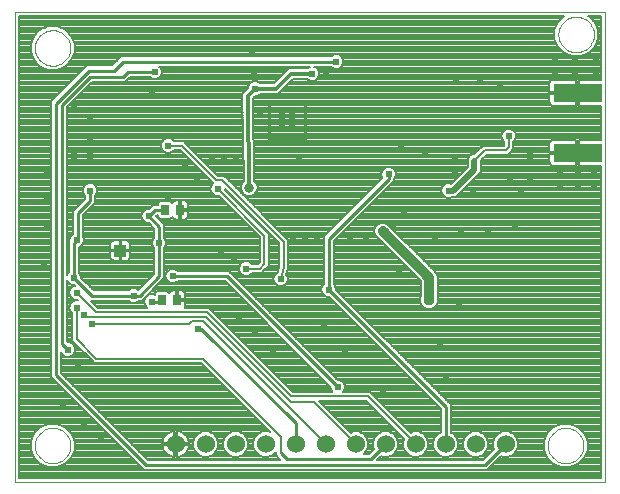
<source format=gbl>
G75*
G70*
%OFA0B0*%
%FSLAX24Y24*%
%IPPOS*%
%LPD*%
%AMOC8*
5,1,8,0,0,1.08239X$1,22.5*
%
%ADD10C,0.0000*%
%ADD11R,0.0240X0.0240*%
%ADD12R,0.1600X0.0600*%
%ADD13R,0.0394X0.0394*%
%ADD14R,0.0250X0.0370*%
%ADD15C,0.0600*%
%ADD16C,0.0080*%
%ADD17C,0.0240*%
%ADD18C,0.0100*%
%ADD19C,0.0120*%
%ADD20C,0.0320*%
%ADD21C,0.0320*%
%ADD22C,0.0200*%
%ADD23C,0.0375*%
%ADD24C,0.0060*%
D10*
X000671Y003960D02*
X020356Y003960D01*
X020356Y019645D01*
X000671Y019645D01*
X000671Y003960D01*
X001343Y005184D02*
X001345Y005232D01*
X001351Y005280D01*
X001361Y005327D01*
X001374Y005373D01*
X001392Y005418D01*
X001412Y005462D01*
X001437Y005504D01*
X001465Y005543D01*
X001495Y005580D01*
X001529Y005614D01*
X001566Y005646D01*
X001604Y005675D01*
X001645Y005700D01*
X001688Y005722D01*
X001733Y005740D01*
X001779Y005754D01*
X001826Y005765D01*
X001874Y005772D01*
X001922Y005775D01*
X001970Y005774D01*
X002018Y005769D01*
X002066Y005760D01*
X002112Y005748D01*
X002157Y005731D01*
X002201Y005711D01*
X002243Y005688D01*
X002283Y005661D01*
X002321Y005631D01*
X002356Y005598D01*
X002388Y005562D01*
X002418Y005524D01*
X002444Y005483D01*
X002466Y005440D01*
X002486Y005396D01*
X002501Y005351D01*
X002513Y005304D01*
X002521Y005256D01*
X002525Y005208D01*
X002525Y005160D01*
X002521Y005112D01*
X002513Y005064D01*
X002501Y005017D01*
X002486Y004972D01*
X002466Y004928D01*
X002444Y004885D01*
X002418Y004844D01*
X002388Y004806D01*
X002356Y004770D01*
X002321Y004737D01*
X002283Y004707D01*
X002243Y004680D01*
X002201Y004657D01*
X002157Y004637D01*
X002112Y004620D01*
X002066Y004608D01*
X002018Y004599D01*
X001970Y004594D01*
X001922Y004593D01*
X001874Y004596D01*
X001826Y004603D01*
X001779Y004614D01*
X001733Y004628D01*
X001688Y004646D01*
X001645Y004668D01*
X001604Y004693D01*
X001566Y004722D01*
X001529Y004754D01*
X001495Y004788D01*
X001465Y004825D01*
X001437Y004864D01*
X001412Y004906D01*
X001392Y004950D01*
X001374Y004995D01*
X001361Y005041D01*
X001351Y005088D01*
X001345Y005136D01*
X001343Y005184D01*
X001343Y018434D02*
X001345Y018482D01*
X001351Y018530D01*
X001361Y018577D01*
X001374Y018623D01*
X001392Y018668D01*
X001412Y018712D01*
X001437Y018754D01*
X001465Y018793D01*
X001495Y018830D01*
X001529Y018864D01*
X001566Y018896D01*
X001604Y018925D01*
X001645Y018950D01*
X001688Y018972D01*
X001733Y018990D01*
X001779Y019004D01*
X001826Y019015D01*
X001874Y019022D01*
X001922Y019025D01*
X001970Y019024D01*
X002018Y019019D01*
X002066Y019010D01*
X002112Y018998D01*
X002157Y018981D01*
X002201Y018961D01*
X002243Y018938D01*
X002283Y018911D01*
X002321Y018881D01*
X002356Y018848D01*
X002388Y018812D01*
X002418Y018774D01*
X002444Y018733D01*
X002466Y018690D01*
X002486Y018646D01*
X002501Y018601D01*
X002513Y018554D01*
X002521Y018506D01*
X002525Y018458D01*
X002525Y018410D01*
X002521Y018362D01*
X002513Y018314D01*
X002501Y018267D01*
X002486Y018222D01*
X002466Y018178D01*
X002444Y018135D01*
X002418Y018094D01*
X002388Y018056D01*
X002356Y018020D01*
X002321Y017987D01*
X002283Y017957D01*
X002243Y017930D01*
X002201Y017907D01*
X002157Y017887D01*
X002112Y017870D01*
X002066Y017858D01*
X002018Y017849D01*
X001970Y017844D01*
X001922Y017843D01*
X001874Y017846D01*
X001826Y017853D01*
X001779Y017864D01*
X001733Y017878D01*
X001688Y017896D01*
X001645Y017918D01*
X001604Y017943D01*
X001566Y017972D01*
X001529Y018004D01*
X001495Y018038D01*
X001465Y018075D01*
X001437Y018114D01*
X001412Y018156D01*
X001392Y018200D01*
X001374Y018245D01*
X001361Y018291D01*
X001351Y018338D01*
X001345Y018386D01*
X001343Y018434D01*
X018443Y005184D02*
X018445Y005232D01*
X018451Y005280D01*
X018461Y005327D01*
X018474Y005373D01*
X018492Y005418D01*
X018512Y005462D01*
X018537Y005504D01*
X018565Y005543D01*
X018595Y005580D01*
X018629Y005614D01*
X018666Y005646D01*
X018704Y005675D01*
X018745Y005700D01*
X018788Y005722D01*
X018833Y005740D01*
X018879Y005754D01*
X018926Y005765D01*
X018974Y005772D01*
X019022Y005775D01*
X019070Y005774D01*
X019118Y005769D01*
X019166Y005760D01*
X019212Y005748D01*
X019257Y005731D01*
X019301Y005711D01*
X019343Y005688D01*
X019383Y005661D01*
X019421Y005631D01*
X019456Y005598D01*
X019488Y005562D01*
X019518Y005524D01*
X019544Y005483D01*
X019566Y005440D01*
X019586Y005396D01*
X019601Y005351D01*
X019613Y005304D01*
X019621Y005256D01*
X019625Y005208D01*
X019625Y005160D01*
X019621Y005112D01*
X019613Y005064D01*
X019601Y005017D01*
X019586Y004972D01*
X019566Y004928D01*
X019544Y004885D01*
X019518Y004844D01*
X019488Y004806D01*
X019456Y004770D01*
X019421Y004737D01*
X019383Y004707D01*
X019343Y004680D01*
X019301Y004657D01*
X019257Y004637D01*
X019212Y004620D01*
X019166Y004608D01*
X019118Y004599D01*
X019070Y004594D01*
X019022Y004593D01*
X018974Y004596D01*
X018926Y004603D01*
X018879Y004614D01*
X018833Y004628D01*
X018788Y004646D01*
X018745Y004668D01*
X018704Y004693D01*
X018666Y004722D01*
X018629Y004754D01*
X018595Y004788D01*
X018565Y004825D01*
X018537Y004864D01*
X018512Y004906D01*
X018492Y004950D01*
X018474Y004995D01*
X018461Y005041D01*
X018451Y005088D01*
X018445Y005136D01*
X018443Y005184D01*
X018793Y018884D02*
X018795Y018932D01*
X018801Y018980D01*
X018811Y019027D01*
X018824Y019073D01*
X018842Y019118D01*
X018862Y019162D01*
X018887Y019204D01*
X018915Y019243D01*
X018945Y019280D01*
X018979Y019314D01*
X019016Y019346D01*
X019054Y019375D01*
X019095Y019400D01*
X019138Y019422D01*
X019183Y019440D01*
X019229Y019454D01*
X019276Y019465D01*
X019324Y019472D01*
X019372Y019475D01*
X019420Y019474D01*
X019468Y019469D01*
X019516Y019460D01*
X019562Y019448D01*
X019607Y019431D01*
X019651Y019411D01*
X019693Y019388D01*
X019733Y019361D01*
X019771Y019331D01*
X019806Y019298D01*
X019838Y019262D01*
X019868Y019224D01*
X019894Y019183D01*
X019916Y019140D01*
X019936Y019096D01*
X019951Y019051D01*
X019963Y019004D01*
X019971Y018956D01*
X019975Y018908D01*
X019975Y018860D01*
X019971Y018812D01*
X019963Y018764D01*
X019951Y018717D01*
X019936Y018672D01*
X019916Y018628D01*
X019894Y018585D01*
X019868Y018544D01*
X019838Y018506D01*
X019806Y018470D01*
X019771Y018437D01*
X019733Y018407D01*
X019693Y018380D01*
X019651Y018357D01*
X019607Y018337D01*
X019562Y018320D01*
X019516Y018308D01*
X019468Y018299D01*
X019420Y018294D01*
X019372Y018293D01*
X019324Y018296D01*
X019276Y018303D01*
X019229Y018314D01*
X019183Y018328D01*
X019138Y018346D01*
X019095Y018368D01*
X019054Y018393D01*
X019016Y018422D01*
X018979Y018454D01*
X018945Y018488D01*
X018915Y018525D01*
X018887Y018564D01*
X018862Y018606D01*
X018842Y018650D01*
X018824Y018695D01*
X018811Y018741D01*
X018801Y018788D01*
X018795Y018836D01*
X018793Y018884D01*
D11*
X009907Y016156D03*
X009907Y015836D03*
X009587Y015836D03*
X009587Y016156D03*
D12*
X019434Y016944D03*
X019434Y014944D03*
D13*
X004184Y011684D03*
D14*
X005684Y013034D03*
X006184Y013034D03*
X006084Y010034D03*
X005584Y010034D03*
D15*
X006034Y005234D03*
X007034Y005234D03*
X008034Y005234D03*
X009034Y005234D03*
X010034Y005234D03*
X011034Y005234D03*
X012034Y005234D03*
X013034Y005234D03*
X014034Y005234D03*
X015034Y005234D03*
X016034Y005234D03*
X017034Y005234D03*
D16*
X017330Y005531D02*
X018387Y005531D01*
X018414Y005598D02*
X018303Y005329D01*
X018303Y005038D01*
X018414Y004770D01*
X018620Y004564D01*
X018888Y004453D01*
X019179Y004453D01*
X019448Y004564D01*
X019653Y004770D01*
X019764Y005038D01*
X019764Y005329D01*
X019653Y005598D01*
X019448Y005803D01*
X019179Y005914D01*
X018888Y005914D01*
X018620Y005803D01*
X018414Y005598D01*
X018427Y005610D02*
X017224Y005610D01*
X017272Y005590D02*
X017117Y005654D01*
X016950Y005654D01*
X016796Y005590D01*
X016678Y005472D01*
X016614Y005317D01*
X016614Y005150D01*
X016642Y005082D01*
X016263Y004704D01*
X012744Y004704D01*
X012882Y004842D01*
X012950Y004814D01*
X013117Y004814D01*
X013272Y004878D01*
X013390Y004996D01*
X013454Y005150D01*
X013454Y005317D01*
X013390Y005472D01*
X013272Y005590D01*
X013117Y005654D01*
X012950Y005654D01*
X012796Y005590D01*
X012678Y005472D01*
X012614Y005317D01*
X012614Y005150D01*
X012642Y005082D01*
X012463Y004904D01*
X012298Y004904D01*
X012390Y004996D01*
X012454Y005150D01*
X012454Y005317D01*
X012390Y005472D01*
X012272Y005590D01*
X012117Y005654D01*
X011950Y005654D01*
X011862Y005617D01*
X010796Y006684D01*
X012372Y006684D01*
X013650Y005405D01*
X013614Y005317D01*
X013614Y005150D01*
X013678Y004996D01*
X013796Y004878D01*
X013950Y004814D01*
X014117Y004814D01*
X014272Y004878D01*
X014390Y004996D01*
X014454Y005150D01*
X014454Y005317D01*
X014390Y005472D01*
X014272Y005590D01*
X014117Y005654D01*
X013950Y005654D01*
X013862Y005617D01*
X012496Y006984D01*
X011623Y006984D01*
X011637Y006998D01*
X011674Y007086D01*
X011674Y007181D01*
X011637Y007270D01*
X011570Y007337D01*
X013940Y007337D01*
X013862Y007415D02*
X011393Y007415D01*
X011434Y007374D02*
X007904Y010904D01*
X007804Y011004D01*
X006103Y011004D01*
X006070Y011037D01*
X005981Y011074D01*
X005886Y011074D01*
X005798Y011037D01*
X005730Y010970D01*
X005694Y010881D01*
X005694Y010786D01*
X005730Y010698D01*
X005798Y010630D01*
X005886Y010594D01*
X005981Y010594D01*
X006070Y010630D01*
X006103Y010664D01*
X007663Y010664D01*
X011194Y007133D01*
X011194Y007086D01*
X011230Y006998D01*
X011244Y006984D01*
X009946Y006984D01*
X007146Y009784D01*
X006333Y009784D01*
X006339Y009795D01*
X006349Y009830D01*
X006349Y010011D01*
X006106Y010011D01*
X006106Y010056D01*
X006061Y010056D01*
X006061Y010359D01*
X005940Y010359D01*
X005905Y010349D01*
X005873Y010331D01*
X005847Y010305D01*
X005828Y010273D01*
X005827Y010270D01*
X005758Y010339D01*
X005409Y010339D01*
X005339Y010268D01*
X005339Y010200D01*
X005281Y010224D01*
X005186Y010224D01*
X005098Y010187D01*
X005030Y010120D01*
X004994Y010031D01*
X004994Y009936D01*
X005030Y009848D01*
X005094Y009784D01*
X003446Y009784D01*
X003216Y010014D01*
X004464Y010014D01*
X004498Y009980D01*
X004586Y009944D01*
X004681Y009944D01*
X004770Y009980D01*
X004803Y010014D01*
X004904Y010014D01*
X005554Y010664D01*
X005654Y010763D01*
X005654Y011764D01*
X005687Y011798D01*
X005724Y011886D01*
X005724Y011981D01*
X005687Y012070D01*
X005654Y012103D01*
X005654Y012554D01*
X005374Y012834D01*
X005404Y012864D01*
X005439Y012864D01*
X005439Y012799D01*
X005509Y012729D01*
X005858Y012729D01*
X005927Y012798D01*
X005928Y012795D01*
X005947Y012763D01*
X005973Y012737D01*
X006005Y012718D01*
X006040Y012709D01*
X006161Y012709D01*
X006161Y013011D01*
X006206Y013011D01*
X006206Y012709D01*
X006327Y012709D01*
X006363Y012718D01*
X006395Y012737D01*
X006421Y012763D01*
X006439Y012795D01*
X006449Y012830D01*
X006449Y013011D01*
X006206Y013011D01*
X006206Y013056D01*
X006161Y013056D01*
X006161Y013359D01*
X006040Y013359D01*
X006005Y013349D01*
X005973Y013331D01*
X005947Y013305D01*
X005928Y013273D01*
X005927Y013270D01*
X005858Y013339D01*
X005509Y013339D01*
X005439Y013268D01*
X005439Y013204D01*
X005263Y013204D01*
X005133Y013074D01*
X005086Y013074D01*
X004998Y013037D01*
X004930Y012970D01*
X004894Y012881D01*
X004894Y012786D01*
X004930Y012698D01*
X004998Y012630D01*
X005086Y012594D01*
X005133Y012594D01*
X005314Y012413D01*
X005314Y012103D01*
X005280Y012070D01*
X005244Y011981D01*
X005244Y011886D01*
X005280Y011798D01*
X005314Y011764D01*
X005314Y010904D01*
X004783Y010374D01*
X004770Y010387D01*
X004681Y010424D01*
X004586Y010424D01*
X004498Y010387D01*
X004464Y010354D01*
X003304Y010354D01*
X002874Y010784D01*
X002874Y010831D01*
X002837Y010920D01*
X002804Y010953D01*
X002804Y011803D01*
X002870Y011830D01*
X002937Y011898D01*
X002974Y011986D01*
X002974Y012081D01*
X002954Y012130D01*
X002954Y012863D01*
X003354Y013263D01*
X003354Y013514D01*
X003387Y013548D01*
X003424Y013636D01*
X003424Y013731D01*
X003387Y013820D01*
X003320Y013887D01*
X003231Y013924D01*
X003136Y013924D01*
X003048Y013887D01*
X002980Y013820D01*
X002944Y013731D01*
X002944Y013636D01*
X002980Y013548D01*
X003014Y013514D01*
X003014Y013404D01*
X002713Y013104D01*
X002614Y013004D01*
X002614Y012244D01*
X002598Y012237D01*
X002530Y012170D01*
X002494Y012081D01*
X002494Y012034D01*
X002464Y012004D01*
X002464Y010953D01*
X002430Y010920D01*
X002404Y010856D01*
X002404Y016463D01*
X003254Y017314D01*
X004354Y017314D01*
X004454Y017413D01*
X004504Y017464D01*
X005164Y017464D01*
X005198Y017430D01*
X005286Y017394D01*
X005381Y017394D01*
X005470Y017430D01*
X005537Y017498D01*
X005574Y017586D01*
X005574Y017681D01*
X005537Y017770D01*
X005493Y017814D01*
X010512Y017814D01*
X010448Y017787D01*
X010424Y017764D01*
X009809Y017764D01*
X009704Y017658D01*
X009309Y017264D01*
X008843Y017264D01*
X008820Y017287D01*
X008731Y017324D01*
X008636Y017324D01*
X008548Y017287D01*
X008480Y017220D01*
X008444Y017131D01*
X008444Y017098D01*
X008358Y017012D01*
X008356Y017012D01*
X008305Y016960D01*
X008254Y016908D01*
X008254Y016907D01*
X008253Y016905D01*
X008254Y016832D01*
X008254Y016759D01*
X008255Y016758D01*
X008300Y013996D01*
X008246Y013942D01*
X008204Y013839D01*
X008204Y013728D01*
X008246Y013625D01*
X008325Y013546D01*
X008428Y013504D01*
X008539Y013504D01*
X008642Y013546D01*
X008721Y013625D01*
X008764Y013728D01*
X008764Y013839D01*
X008721Y013942D01*
X008660Y014003D01*
X008615Y016760D01*
X008698Y016844D01*
X008731Y016844D01*
X008820Y016880D01*
X008843Y016904D01*
X009458Y016904D01*
X009958Y017404D01*
X010424Y017404D01*
X010448Y017380D01*
X010536Y017344D01*
X010631Y017344D01*
X010720Y017380D01*
X010787Y017448D01*
X010824Y017536D01*
X010824Y017631D01*
X010787Y017720D01*
X010720Y017787D01*
X010656Y017814D01*
X011214Y017814D01*
X011248Y017780D01*
X011336Y017744D01*
X011431Y017744D01*
X011520Y017780D01*
X011587Y017848D01*
X011624Y017936D01*
X011624Y018031D01*
X011587Y018120D01*
X011520Y018187D01*
X011431Y018224D01*
X011336Y018224D01*
X011248Y018187D01*
X011214Y018154D01*
X004213Y018154D01*
X003913Y017854D01*
X003063Y017854D01*
X001963Y016754D01*
X001864Y016654D01*
X001864Y007463D01*
X004864Y004463D01*
X004963Y004364D01*
X016404Y004364D01*
X016882Y004842D01*
X016950Y004814D01*
X017117Y004814D01*
X017272Y004878D01*
X017390Y004996D01*
X017454Y005150D01*
X017454Y005317D01*
X017390Y005472D01*
X017272Y005590D01*
X017398Y005453D02*
X018354Y005453D01*
X018322Y005374D02*
X017430Y005374D01*
X017454Y005296D02*
X018303Y005296D01*
X018303Y005217D02*
X017454Y005217D01*
X017449Y005139D02*
X018303Y005139D01*
X018303Y005060D02*
X017416Y005060D01*
X017376Y004982D02*
X018327Y004982D01*
X018359Y004903D02*
X017297Y004903D01*
X017144Y004825D02*
X018392Y004825D01*
X018438Y004746D02*
X016787Y004746D01*
X016865Y004825D02*
X016924Y004825D01*
X016708Y004668D02*
X018517Y004668D01*
X018595Y004589D02*
X016630Y004589D01*
X016551Y004511D02*
X018749Y004511D01*
X019318Y004511D02*
X020216Y004511D01*
X020216Y004589D02*
X019472Y004589D01*
X019551Y004668D02*
X020216Y004668D01*
X020216Y004746D02*
X019629Y004746D01*
X019676Y004825D02*
X020216Y004825D01*
X020216Y004903D02*
X019708Y004903D01*
X019741Y004982D02*
X020216Y004982D01*
X020216Y005060D02*
X019764Y005060D01*
X019764Y005139D02*
X020216Y005139D01*
X020216Y005217D02*
X019764Y005217D01*
X019764Y005296D02*
X020216Y005296D01*
X020216Y005374D02*
X019746Y005374D01*
X019713Y005453D02*
X020216Y005453D01*
X020216Y005531D02*
X019681Y005531D01*
X019641Y005610D02*
X020216Y005610D01*
X020216Y005688D02*
X019562Y005688D01*
X019484Y005767D02*
X020216Y005767D01*
X020216Y005845D02*
X019346Y005845D01*
X018722Y005845D02*
X015204Y005845D01*
X015204Y005767D02*
X018584Y005767D01*
X018505Y005688D02*
X015204Y005688D01*
X015204Y005618D02*
X015204Y006554D01*
X011374Y010384D01*
X011374Y010431D01*
X011337Y010520D01*
X011304Y010553D01*
X011304Y012013D01*
X013304Y014013D01*
X013304Y014064D01*
X013337Y014098D01*
X013374Y014186D01*
X013374Y014281D01*
X013337Y014370D01*
X013270Y014437D01*
X013181Y014474D01*
X013086Y014474D01*
X012998Y014437D01*
X012930Y014370D01*
X012894Y014281D01*
X012894Y014186D01*
X012924Y014114D01*
X011063Y012254D01*
X010964Y012154D01*
X010964Y010553D01*
X010930Y010520D01*
X010894Y010431D01*
X010894Y010336D01*
X010930Y010248D01*
X010998Y010180D01*
X011086Y010144D01*
X011133Y010144D01*
X014864Y006413D01*
X014864Y005618D01*
X014796Y005590D01*
X014678Y005472D01*
X014614Y005317D01*
X014614Y005150D01*
X014678Y004996D01*
X014796Y004878D01*
X014950Y004814D01*
X015117Y004814D01*
X015272Y004878D01*
X015390Y004996D01*
X015454Y005150D01*
X015454Y005317D01*
X015390Y005472D01*
X015272Y005590D01*
X015204Y005618D01*
X015224Y005610D02*
X015844Y005610D01*
X015796Y005590D02*
X015678Y005472D01*
X015614Y005317D01*
X015614Y005150D01*
X015678Y004996D01*
X015796Y004878D01*
X015950Y004814D01*
X016117Y004814D01*
X016272Y004878D01*
X016390Y004996D01*
X016454Y005150D01*
X016454Y005317D01*
X016390Y005472D01*
X016272Y005590D01*
X016117Y005654D01*
X015950Y005654D01*
X015796Y005590D01*
X015737Y005531D02*
X015330Y005531D01*
X015398Y005453D02*
X015670Y005453D01*
X015637Y005374D02*
X015430Y005374D01*
X015454Y005296D02*
X015614Y005296D01*
X015614Y005217D02*
X015454Y005217D01*
X015449Y005139D02*
X015618Y005139D01*
X015651Y005060D02*
X015416Y005060D01*
X015376Y004982D02*
X015692Y004982D01*
X015770Y004903D02*
X015297Y004903D01*
X015144Y004825D02*
X015924Y004825D01*
X016144Y004825D02*
X016384Y004825D01*
X016463Y004903D02*
X016297Y004903D01*
X016376Y004982D02*
X016541Y004982D01*
X016620Y005060D02*
X016416Y005060D01*
X016449Y005139D02*
X016618Y005139D01*
X016614Y005217D02*
X016454Y005217D01*
X016454Y005296D02*
X016614Y005296D01*
X016637Y005374D02*
X016430Y005374D01*
X016398Y005453D02*
X016670Y005453D01*
X016737Y005531D02*
X016330Y005531D01*
X016224Y005610D02*
X016844Y005610D01*
X016306Y004746D02*
X012787Y004746D01*
X012865Y004825D02*
X012924Y004825D01*
X013144Y004825D02*
X013924Y004825D01*
X013770Y004903D02*
X013297Y004903D01*
X013376Y004982D02*
X013692Y004982D01*
X013651Y005060D02*
X013416Y005060D01*
X013449Y005139D02*
X013618Y005139D01*
X013614Y005217D02*
X013454Y005217D01*
X013454Y005296D02*
X013614Y005296D01*
X013637Y005374D02*
X013430Y005374D01*
X013398Y005453D02*
X013603Y005453D01*
X013524Y005531D02*
X013330Y005531D01*
X013224Y005610D02*
X013446Y005610D01*
X013367Y005688D02*
X011791Y005688D01*
X011713Y005767D02*
X013289Y005767D01*
X013210Y005845D02*
X011634Y005845D01*
X011556Y005924D02*
X013132Y005924D01*
X013053Y006002D02*
X011477Y006002D01*
X011399Y006081D02*
X012975Y006081D01*
X012896Y006159D02*
X011320Y006159D01*
X011242Y006238D02*
X012818Y006238D01*
X012739Y006316D02*
X011163Y006316D01*
X011085Y006395D02*
X012661Y006395D01*
X012582Y006473D02*
X011006Y006473D01*
X010928Y006552D02*
X012504Y006552D01*
X012425Y006630D02*
X010849Y006630D01*
X011220Y007023D02*
X009907Y007023D01*
X009828Y007101D02*
X011194Y007101D01*
X011147Y007180D02*
X009750Y007180D01*
X009671Y007258D02*
X011069Y007258D01*
X010990Y007337D02*
X009593Y007337D01*
X009514Y007415D02*
X010912Y007415D01*
X010833Y007494D02*
X009436Y007494D01*
X009357Y007572D02*
X010755Y007572D01*
X010676Y007651D02*
X009279Y007651D01*
X009200Y007729D02*
X010598Y007729D01*
X010519Y007808D02*
X009122Y007808D01*
X009043Y007886D02*
X010441Y007886D01*
X010362Y007965D02*
X008965Y007965D01*
X008886Y008043D02*
X010284Y008043D01*
X010205Y008122D02*
X008808Y008122D01*
X008729Y008200D02*
X010127Y008200D01*
X010048Y008279D02*
X008651Y008279D01*
X008572Y008357D02*
X009970Y008357D01*
X009891Y008436D02*
X008494Y008436D01*
X008415Y008514D02*
X009813Y008514D01*
X009734Y008593D02*
X008337Y008593D01*
X008258Y008671D02*
X009656Y008671D01*
X009577Y008750D02*
X008180Y008750D01*
X008101Y008828D02*
X009499Y008828D01*
X009420Y008907D02*
X008023Y008907D01*
X007944Y008985D02*
X009342Y008985D01*
X009263Y009064D02*
X007866Y009064D01*
X007787Y009142D02*
X009185Y009142D01*
X009106Y009221D02*
X007709Y009221D01*
X007630Y009299D02*
X009028Y009299D01*
X008949Y009378D02*
X007552Y009378D01*
X007473Y009456D02*
X008871Y009456D01*
X008792Y009535D02*
X007395Y009535D01*
X007316Y009613D02*
X008714Y009613D01*
X008635Y009692D02*
X007238Y009692D01*
X007159Y009770D02*
X008557Y009770D01*
X008478Y009849D02*
X006349Y009849D01*
X006349Y009927D02*
X008400Y009927D01*
X008321Y010006D02*
X006349Y010006D01*
X006349Y010056D02*
X006349Y010237D01*
X006339Y010273D01*
X006321Y010305D01*
X006295Y010331D01*
X006263Y010349D01*
X006227Y010359D01*
X006106Y010359D01*
X006106Y010056D01*
X006349Y010056D01*
X006349Y010084D02*
X008243Y010084D01*
X008164Y010163D02*
X006349Y010163D01*
X006348Y010241D02*
X008086Y010241D01*
X008007Y010320D02*
X006306Y010320D01*
X006106Y010320D02*
X006061Y010320D01*
X006061Y010241D02*
X006106Y010241D01*
X006106Y010163D02*
X006061Y010163D01*
X006061Y010084D02*
X006106Y010084D01*
X005862Y010320D02*
X005777Y010320D01*
X005794Y010634D02*
X005524Y010634D01*
X005603Y010712D02*
X005724Y010712D01*
X005694Y010791D02*
X005654Y010791D01*
X005654Y010869D02*
X005694Y010869D01*
X005721Y010948D02*
X005654Y010948D01*
X005654Y011026D02*
X005787Y011026D01*
X005654Y011105D02*
X008144Y011105D01*
X008144Y011131D02*
X008144Y011036D01*
X008180Y010948D01*
X008248Y010880D01*
X008336Y010844D01*
X008431Y010844D01*
X008520Y010880D01*
X008573Y010934D01*
X008896Y010934D01*
X008984Y011022D01*
X009134Y011172D01*
X009134Y012246D01*
X009046Y012334D01*
X007674Y013706D01*
X007674Y013732D01*
X009484Y011922D01*
X009484Y011152D01*
X009434Y010952D01*
X009398Y010937D01*
X009330Y010870D01*
X009294Y010781D01*
X009294Y010686D01*
X009330Y010598D01*
X009398Y010530D01*
X009486Y010494D01*
X009581Y010494D01*
X009670Y010530D01*
X009737Y010598D01*
X009774Y010686D01*
X009774Y010781D01*
X009737Y010870D01*
X009725Y010882D01*
X009769Y011057D01*
X009784Y011072D01*
X009784Y011115D01*
X009794Y011158D01*
X009784Y011175D01*
X009784Y012046D01*
X007734Y014096D01*
X007646Y014184D01*
X007446Y014184D01*
X006384Y015246D01*
X006296Y015334D01*
X005973Y015334D01*
X005920Y015387D01*
X005831Y015424D01*
X005736Y015424D01*
X005648Y015387D01*
X005580Y015320D01*
X005544Y015231D01*
X005544Y015136D01*
X005580Y015048D01*
X005648Y014980D01*
X005736Y014944D01*
X005831Y014944D01*
X005920Y014980D01*
X005973Y015034D01*
X006172Y015034D01*
X007283Y013922D01*
X007230Y013870D01*
X007194Y013781D01*
X007194Y013686D01*
X007230Y013598D01*
X007298Y013530D01*
X007386Y013494D01*
X007462Y013494D01*
X008834Y012122D01*
X008834Y011296D01*
X008772Y011234D01*
X008573Y011234D01*
X008520Y011287D01*
X008431Y011324D01*
X008336Y011324D01*
X008248Y011287D01*
X008180Y011220D01*
X008144Y011131D01*
X008165Y011183D02*
X005654Y011183D01*
X005654Y011262D02*
X008222Y011262D01*
X008148Y011026D02*
X006081Y011026D01*
X006073Y010634D02*
X007693Y010634D01*
X007772Y010555D02*
X005446Y010555D01*
X005367Y010477D02*
X007850Y010477D01*
X007929Y010398D02*
X005289Y010398D01*
X005210Y010320D02*
X005390Y010320D01*
X005339Y010241D02*
X005132Y010241D01*
X005073Y010163D02*
X005053Y010163D01*
X005016Y010084D02*
X004975Y010084D01*
X004994Y010006D02*
X004795Y010006D01*
X004997Y009927D02*
X003302Y009927D01*
X003224Y010006D02*
X004472Y010006D01*
X004524Y010398D02*
X003260Y010398D01*
X003181Y010477D02*
X004886Y010477D01*
X004965Y010555D02*
X003103Y010555D01*
X003024Y010634D02*
X005043Y010634D01*
X005122Y010712D02*
X002946Y010712D01*
X002874Y010791D02*
X005200Y010791D01*
X005279Y010869D02*
X002858Y010869D01*
X002809Y010948D02*
X005314Y010948D01*
X005314Y011026D02*
X002804Y011026D01*
X002804Y011105D02*
X005314Y011105D01*
X005314Y011183D02*
X002804Y011183D01*
X002804Y011262D02*
X005314Y011262D01*
X005314Y011340D02*
X002804Y011340D01*
X002804Y011419D02*
X003865Y011419D01*
X003856Y011433D02*
X003875Y011401D01*
X003901Y011375D01*
X003933Y011356D01*
X003968Y011347D01*
X004165Y011347D01*
X004165Y011665D01*
X004203Y011665D01*
X004203Y011703D01*
X004165Y011703D01*
X004165Y012021D01*
X003968Y012021D01*
X003933Y012011D01*
X003901Y011993D01*
X003875Y011967D01*
X003856Y011935D01*
X003847Y011899D01*
X003847Y011703D01*
X004165Y011703D01*
X004165Y011665D01*
X003847Y011665D01*
X003847Y011468D01*
X003856Y011433D01*
X003847Y011497D02*
X002804Y011497D01*
X002804Y011576D02*
X003847Y011576D01*
X003847Y011654D02*
X002804Y011654D01*
X002804Y011733D02*
X003847Y011733D01*
X003847Y011811D02*
X002824Y011811D01*
X002929Y011890D02*
X003847Y011890D01*
X003877Y011968D02*
X002966Y011968D01*
X002974Y012047D02*
X005271Y012047D01*
X005244Y011968D02*
X004491Y011968D01*
X004493Y011967D02*
X004467Y011993D01*
X004435Y012011D01*
X004399Y012021D01*
X004203Y012021D01*
X004203Y011703D01*
X004521Y011703D01*
X004521Y011899D01*
X004511Y011935D01*
X004493Y011967D01*
X004521Y011890D02*
X005244Y011890D01*
X005275Y011811D02*
X004521Y011811D01*
X004521Y011733D02*
X005314Y011733D01*
X005314Y011654D02*
X004521Y011654D01*
X004521Y011665D02*
X004203Y011665D01*
X004203Y011347D01*
X004399Y011347D01*
X004435Y011356D01*
X004467Y011375D01*
X004493Y011401D01*
X004511Y011433D01*
X004521Y011468D01*
X004521Y011665D01*
X004521Y011576D02*
X005314Y011576D01*
X005314Y011497D02*
X004521Y011497D01*
X004503Y011419D02*
X005314Y011419D01*
X005654Y011419D02*
X008834Y011419D01*
X008834Y011497D02*
X005654Y011497D01*
X005654Y011576D02*
X008834Y011576D01*
X008834Y011654D02*
X005654Y011654D01*
X005654Y011733D02*
X008834Y011733D01*
X008834Y011811D02*
X005693Y011811D01*
X005724Y011890D02*
X008834Y011890D01*
X008834Y011968D02*
X005724Y011968D01*
X005697Y012047D02*
X008834Y012047D01*
X008830Y012125D02*
X005654Y012125D01*
X005654Y012204D02*
X008752Y012204D01*
X008673Y012282D02*
X005654Y012282D01*
X005654Y012361D02*
X008595Y012361D01*
X008516Y012439D02*
X005654Y012439D01*
X005654Y012518D02*
X008438Y012518D01*
X008359Y012596D02*
X005612Y012596D01*
X005533Y012675D02*
X008281Y012675D01*
X008202Y012753D02*
X006411Y012753D01*
X006449Y012832D02*
X008124Y012832D01*
X008045Y012910D02*
X006449Y012910D01*
X006449Y012989D02*
X007967Y012989D01*
X007888Y013067D02*
X006449Y013067D01*
X006449Y013056D02*
X006449Y013237D01*
X006439Y013273D01*
X006421Y013305D01*
X006395Y013331D01*
X006363Y013349D01*
X006327Y013359D01*
X006206Y013359D01*
X006206Y013056D01*
X006449Y013056D01*
X006449Y013146D02*
X007810Y013146D01*
X007731Y013224D02*
X006449Y013224D01*
X006422Y013303D02*
X007653Y013303D01*
X007574Y013381D02*
X003354Y013381D01*
X003354Y013303D02*
X005473Y013303D01*
X005439Y013224D02*
X003315Y013224D01*
X003236Y013146D02*
X005205Y013146D01*
X005070Y013067D02*
X003158Y013067D01*
X003079Y012989D02*
X004949Y012989D01*
X004906Y012910D02*
X003001Y012910D01*
X002954Y012832D02*
X004894Y012832D01*
X004907Y012753D02*
X002954Y012753D01*
X002954Y012675D02*
X004953Y012675D01*
X005080Y012596D02*
X002954Y012596D01*
X002954Y012518D02*
X005209Y012518D01*
X005288Y012439D02*
X002954Y012439D01*
X002954Y012361D02*
X005314Y012361D01*
X005314Y012282D02*
X002954Y012282D01*
X002954Y012204D02*
X005314Y012204D01*
X005314Y012125D02*
X002956Y012125D01*
X002614Y012282D02*
X002404Y012282D01*
X002404Y012204D02*
X002564Y012204D01*
X002512Y012125D02*
X002404Y012125D01*
X002404Y012047D02*
X002494Y012047D01*
X002464Y011968D02*
X002404Y011968D01*
X002404Y011890D02*
X002464Y011890D01*
X002464Y011811D02*
X002404Y011811D01*
X002404Y011733D02*
X002464Y011733D01*
X002464Y011654D02*
X002404Y011654D01*
X002404Y011576D02*
X002464Y011576D01*
X002464Y011497D02*
X002404Y011497D01*
X002404Y011419D02*
X002464Y011419D01*
X002464Y011340D02*
X002404Y011340D01*
X002404Y011262D02*
X002464Y011262D01*
X002464Y011183D02*
X002404Y011183D01*
X002404Y011105D02*
X002464Y011105D01*
X002464Y011026D02*
X002404Y011026D01*
X002404Y010948D02*
X002458Y010948D01*
X002409Y010869D02*
X002404Y010869D01*
X002404Y010712D02*
X002430Y010648D01*
X002498Y010580D01*
X002586Y010544D01*
X002633Y010544D01*
X002663Y010514D01*
X002598Y010487D01*
X002530Y010420D01*
X002494Y010331D01*
X002494Y010236D01*
X002530Y010148D01*
X002598Y010080D01*
X002686Y010044D01*
X002762Y010044D01*
X002782Y010024D01*
X002781Y010024D01*
X002686Y010024D01*
X002598Y009987D01*
X002530Y009920D01*
X002494Y009831D01*
X002494Y009736D01*
X002530Y009648D01*
X002584Y009594D01*
X002584Y008672D01*
X003234Y008022D01*
X003322Y007934D01*
X006872Y007934D01*
X009176Y005629D01*
X009117Y005654D01*
X008950Y005654D01*
X008796Y005590D01*
X008678Y005472D01*
X008614Y005317D01*
X008614Y005150D01*
X008678Y004996D01*
X008796Y004878D01*
X008950Y004814D01*
X009117Y004814D01*
X009272Y004878D01*
X009364Y004970D01*
X009364Y004863D01*
X009523Y004704D01*
X005104Y004704D01*
X002204Y007604D01*
X002204Y008312D01*
X002230Y008248D01*
X002298Y008180D01*
X002386Y008144D01*
X002481Y008144D01*
X002570Y008180D01*
X002637Y008248D01*
X002674Y008336D01*
X002674Y008431D01*
X002637Y008520D01*
X002570Y008587D01*
X002481Y008624D01*
X002434Y008624D01*
X002404Y008654D01*
X002404Y010712D01*
X002404Y010634D02*
X002444Y010634D01*
X002404Y010555D02*
X002558Y010555D01*
X002587Y010477D02*
X002404Y010477D01*
X002404Y010398D02*
X002521Y010398D01*
X002494Y010320D02*
X002404Y010320D01*
X002404Y010241D02*
X002494Y010241D01*
X002524Y010163D02*
X002404Y010163D01*
X002404Y010084D02*
X002594Y010084D01*
X002643Y010006D02*
X002404Y010006D01*
X002404Y009927D02*
X002538Y009927D01*
X002501Y009849D02*
X002404Y009849D01*
X002404Y009770D02*
X002494Y009770D01*
X002512Y009692D02*
X002404Y009692D01*
X002404Y009613D02*
X002565Y009613D01*
X002584Y009535D02*
X002404Y009535D01*
X002404Y009456D02*
X002584Y009456D01*
X002584Y009378D02*
X002404Y009378D01*
X002404Y009299D02*
X002584Y009299D01*
X002584Y009221D02*
X002404Y009221D01*
X002404Y009142D02*
X002584Y009142D01*
X002584Y009064D02*
X002404Y009064D01*
X002404Y008985D02*
X002584Y008985D01*
X002584Y008907D02*
X002404Y008907D01*
X002404Y008828D02*
X002584Y008828D01*
X002584Y008750D02*
X002404Y008750D01*
X002404Y008671D02*
X002584Y008671D01*
X002556Y008593D02*
X002663Y008593D01*
X002639Y008514D02*
X002741Y008514D01*
X002672Y008436D02*
X002820Y008436D01*
X002898Y008357D02*
X002674Y008357D01*
X002650Y008279D02*
X002977Y008279D01*
X003055Y008200D02*
X002590Y008200D01*
X002278Y008200D02*
X002204Y008200D01*
X002204Y008122D02*
X003134Y008122D01*
X003212Y008043D02*
X002204Y008043D01*
X002204Y007965D02*
X003291Y007965D01*
X002550Y007258D02*
X007547Y007258D01*
X007626Y007180D02*
X002628Y007180D01*
X002707Y007101D02*
X007704Y007101D01*
X007783Y007023D02*
X002785Y007023D01*
X002864Y006944D02*
X007861Y006944D01*
X007940Y006866D02*
X002942Y006866D01*
X003021Y006787D02*
X008018Y006787D01*
X008097Y006709D02*
X003099Y006709D01*
X003178Y006630D02*
X008175Y006630D01*
X008254Y006552D02*
X003256Y006552D01*
X003335Y006473D02*
X008332Y006473D01*
X008411Y006395D02*
X003413Y006395D01*
X003492Y006316D02*
X008489Y006316D01*
X008568Y006238D02*
X003570Y006238D01*
X003649Y006159D02*
X008646Y006159D01*
X008725Y006081D02*
X003727Y006081D01*
X003806Y006002D02*
X008803Y006002D01*
X008882Y005924D02*
X003884Y005924D01*
X003963Y005845D02*
X008960Y005845D01*
X009039Y005767D02*
X004041Y005767D01*
X004120Y005688D02*
X009117Y005688D01*
X008844Y005610D02*
X008224Y005610D01*
X008272Y005590D02*
X008117Y005654D01*
X007950Y005654D01*
X007796Y005590D01*
X007678Y005472D01*
X007614Y005317D01*
X007614Y005150D01*
X007678Y004996D01*
X007796Y004878D01*
X007950Y004814D01*
X008117Y004814D01*
X008272Y004878D01*
X008390Y004996D01*
X008454Y005150D01*
X008454Y005317D01*
X008390Y005472D01*
X008272Y005590D01*
X008330Y005531D02*
X008737Y005531D01*
X008670Y005453D02*
X008398Y005453D01*
X008430Y005374D02*
X008637Y005374D01*
X008614Y005296D02*
X008454Y005296D01*
X008454Y005217D02*
X008614Y005217D01*
X008618Y005139D02*
X008449Y005139D01*
X008416Y005060D02*
X008651Y005060D01*
X008692Y004982D02*
X008376Y004982D01*
X008297Y004903D02*
X008770Y004903D01*
X008924Y004825D02*
X008144Y004825D01*
X007924Y004825D02*
X007144Y004825D01*
X007117Y004814D02*
X007272Y004878D01*
X007390Y004996D01*
X007454Y005150D01*
X007454Y005317D01*
X007390Y005472D01*
X007272Y005590D01*
X007117Y005654D01*
X006950Y005654D01*
X006796Y005590D01*
X006678Y005472D01*
X006614Y005317D01*
X006614Y005150D01*
X006678Y004996D01*
X006796Y004878D01*
X006950Y004814D01*
X007117Y004814D01*
X006924Y004825D02*
X006199Y004825D01*
X006203Y004826D02*
X006264Y004857D01*
X006320Y004898D01*
X006369Y004947D01*
X006410Y005003D01*
X006441Y005065D01*
X006463Y005131D01*
X006473Y005194D01*
X006074Y005194D01*
X006074Y005274D01*
X005994Y005274D01*
X005994Y005673D01*
X005931Y005663D01*
X005865Y005641D01*
X005803Y005610D01*
X005747Y005569D01*
X005698Y005520D01*
X005657Y005464D01*
X005626Y005403D01*
X005605Y005337D01*
X005595Y005274D01*
X005994Y005274D01*
X005994Y005194D01*
X005595Y005194D01*
X005605Y005131D01*
X005626Y005065D01*
X005657Y005003D01*
X005698Y004947D01*
X005747Y004898D01*
X005803Y004857D01*
X005865Y004826D01*
X005931Y004805D01*
X005994Y004795D01*
X005994Y005194D01*
X006074Y005194D01*
X006074Y004795D01*
X006137Y004805D01*
X006203Y004826D01*
X006074Y004825D02*
X005994Y004825D01*
X005994Y004903D02*
X006074Y004903D01*
X006074Y004982D02*
X005994Y004982D01*
X005994Y005060D02*
X006074Y005060D01*
X006074Y005139D02*
X005994Y005139D01*
X005994Y005217D02*
X004591Y005217D01*
X004669Y005139D02*
X005603Y005139D01*
X005628Y005060D02*
X004748Y005060D01*
X004826Y004982D02*
X005673Y004982D01*
X005742Y004903D02*
X004905Y004903D01*
X004983Y004825D02*
X005869Y004825D01*
X006074Y005217D02*
X006614Y005217D01*
X006618Y005139D02*
X006464Y005139D01*
X006439Y005060D02*
X006651Y005060D01*
X006692Y004982D02*
X006394Y004982D01*
X006325Y004903D02*
X006770Y004903D01*
X006614Y005296D02*
X006469Y005296D01*
X006473Y005274D02*
X006463Y005337D01*
X006441Y005403D01*
X006410Y005464D01*
X006369Y005520D01*
X006320Y005569D01*
X006264Y005610D01*
X006203Y005641D01*
X006137Y005663D01*
X006074Y005673D01*
X006074Y005274D01*
X006473Y005274D01*
X006451Y005374D02*
X006637Y005374D01*
X006670Y005453D02*
X006416Y005453D01*
X006358Y005531D02*
X006737Y005531D01*
X006844Y005610D02*
X006265Y005610D01*
X006074Y005610D02*
X005994Y005610D01*
X005994Y005531D02*
X006074Y005531D01*
X006074Y005453D02*
X005994Y005453D01*
X005994Y005374D02*
X006074Y005374D01*
X006074Y005296D02*
X005994Y005296D01*
X005803Y005610D02*
X004198Y005610D01*
X004277Y005531D02*
X005709Y005531D01*
X005651Y005453D02*
X004355Y005453D01*
X004434Y005374D02*
X005617Y005374D01*
X005598Y005296D02*
X004512Y005296D01*
X004267Y005060D02*
X002664Y005060D01*
X002664Y005038D02*
X002553Y004770D01*
X002348Y004564D01*
X002079Y004453D01*
X001788Y004453D01*
X001520Y004564D01*
X001314Y004770D01*
X001203Y005038D01*
X001203Y005329D01*
X001314Y005598D01*
X001520Y005803D01*
X001788Y005914D01*
X002079Y005914D01*
X002348Y005803D01*
X002553Y005598D01*
X002664Y005329D01*
X002664Y005038D01*
X002641Y004982D02*
X004345Y004982D01*
X004424Y004903D02*
X002608Y004903D01*
X002576Y004825D02*
X004502Y004825D01*
X004581Y004746D02*
X002529Y004746D01*
X002451Y004668D02*
X004659Y004668D01*
X004738Y004589D02*
X002372Y004589D01*
X002218Y004511D02*
X004816Y004511D01*
X004895Y004432D02*
X000811Y004432D01*
X000811Y004354D02*
X020216Y004354D01*
X020216Y004432D02*
X016473Y004432D01*
X014924Y004825D02*
X014144Y004825D01*
X014297Y004903D02*
X014770Y004903D01*
X014692Y004982D02*
X014376Y004982D01*
X014416Y005060D02*
X014651Y005060D01*
X014618Y005139D02*
X014449Y005139D01*
X014454Y005217D02*
X014614Y005217D01*
X014614Y005296D02*
X014454Y005296D01*
X014430Y005374D02*
X014637Y005374D01*
X014670Y005453D02*
X014398Y005453D01*
X014330Y005531D02*
X014737Y005531D01*
X014844Y005610D02*
X014224Y005610D01*
X013791Y005688D02*
X014864Y005688D01*
X014864Y005767D02*
X013713Y005767D01*
X013634Y005845D02*
X014864Y005845D01*
X014864Y005924D02*
X013556Y005924D01*
X013477Y006002D02*
X014864Y006002D01*
X014864Y006081D02*
X013399Y006081D01*
X013320Y006159D02*
X014864Y006159D01*
X014864Y006238D02*
X013242Y006238D01*
X013163Y006316D02*
X014864Y006316D01*
X014864Y006395D02*
X013085Y006395D01*
X013006Y006473D02*
X014804Y006473D01*
X014725Y006552D02*
X012928Y006552D01*
X012849Y006630D02*
X014647Y006630D01*
X014568Y006709D02*
X012771Y006709D01*
X012692Y006787D02*
X014490Y006787D01*
X014411Y006866D02*
X012614Y006866D01*
X012535Y006944D02*
X014333Y006944D01*
X014254Y007023D02*
X011647Y007023D01*
X011674Y007101D02*
X014176Y007101D01*
X014097Y007180D02*
X011674Y007180D01*
X011642Y007258D02*
X014019Y007258D01*
X013783Y007494D02*
X011314Y007494D01*
X011236Y007572D02*
X013705Y007572D01*
X013626Y007651D02*
X011157Y007651D01*
X011079Y007729D02*
X013548Y007729D01*
X013469Y007808D02*
X011000Y007808D01*
X010922Y007886D02*
X013391Y007886D01*
X013312Y007965D02*
X010843Y007965D01*
X010765Y008043D02*
X013234Y008043D01*
X013155Y008122D02*
X010686Y008122D01*
X010608Y008200D02*
X013077Y008200D01*
X012998Y008279D02*
X010529Y008279D01*
X010451Y008357D02*
X012920Y008357D01*
X012841Y008436D02*
X010372Y008436D01*
X010294Y008514D02*
X012763Y008514D01*
X012684Y008593D02*
X010215Y008593D01*
X010137Y008671D02*
X012606Y008671D01*
X012527Y008750D02*
X010058Y008750D01*
X009980Y008828D02*
X012449Y008828D01*
X012370Y008907D02*
X009901Y008907D01*
X009823Y008985D02*
X012292Y008985D01*
X012213Y009064D02*
X009744Y009064D01*
X009666Y009142D02*
X012135Y009142D01*
X012056Y009221D02*
X009587Y009221D01*
X009509Y009299D02*
X011978Y009299D01*
X011899Y009378D02*
X009430Y009378D01*
X009352Y009456D02*
X011821Y009456D01*
X011742Y009535D02*
X009273Y009535D01*
X009195Y009613D02*
X011664Y009613D01*
X011585Y009692D02*
X009116Y009692D01*
X009038Y009770D02*
X011507Y009770D01*
X011428Y009849D02*
X008959Y009849D01*
X008881Y009927D02*
X011350Y009927D01*
X011271Y010006D02*
X008802Y010006D01*
X008724Y010084D02*
X011193Y010084D01*
X011040Y010163D02*
X008645Y010163D01*
X008567Y010241D02*
X010937Y010241D01*
X010900Y010320D02*
X008488Y010320D01*
X008410Y010398D02*
X010894Y010398D01*
X010912Y010477D02*
X008331Y010477D01*
X008253Y010555D02*
X009373Y010555D01*
X009315Y010634D02*
X008174Y010634D01*
X008096Y010712D02*
X009294Y010712D01*
X009298Y010791D02*
X008017Y010791D01*
X007939Y010869D02*
X008274Y010869D01*
X008180Y010948D02*
X007860Y010948D01*
X008493Y010869D02*
X009330Y010869D01*
X009423Y010948D02*
X008910Y010948D01*
X008988Y011026D02*
X009452Y011026D01*
X009472Y011105D02*
X009067Y011105D01*
X009134Y011183D02*
X009484Y011183D01*
X009484Y011262D02*
X009134Y011262D01*
X009134Y011340D02*
X009484Y011340D01*
X009484Y011419D02*
X009134Y011419D01*
X009134Y011497D02*
X009484Y011497D01*
X009484Y011576D02*
X009134Y011576D01*
X009134Y011654D02*
X009484Y011654D01*
X009484Y011733D02*
X009134Y011733D01*
X009134Y011811D02*
X009484Y011811D01*
X009484Y011890D02*
X009134Y011890D01*
X009134Y011968D02*
X009437Y011968D01*
X009359Y012047D02*
X009134Y012047D01*
X009134Y012125D02*
X009280Y012125D01*
X009202Y012204D02*
X009134Y012204D01*
X009123Y012282D02*
X009097Y012282D01*
X009045Y012361D02*
X009019Y012361D01*
X008966Y012439D02*
X008940Y012439D01*
X008888Y012518D02*
X008862Y012518D01*
X008809Y012596D02*
X008783Y012596D01*
X008731Y012675D02*
X008705Y012675D01*
X008652Y012753D02*
X008626Y012753D01*
X008574Y012832D02*
X008548Y012832D01*
X008495Y012910D02*
X008469Y012910D01*
X008417Y012989D02*
X008391Y012989D01*
X008338Y013067D02*
X008312Y013067D01*
X008260Y013146D02*
X008234Y013146D01*
X008181Y013224D02*
X008155Y013224D01*
X008103Y013303D02*
X008077Y013303D01*
X008024Y013381D02*
X007998Y013381D01*
X007946Y013460D02*
X007920Y013460D01*
X007867Y013538D02*
X007841Y013538D01*
X007789Y013617D02*
X007763Y013617D01*
X007710Y013695D02*
X007684Y013695D01*
X007496Y013460D02*
X003354Y013460D01*
X003378Y013538D02*
X007290Y013538D01*
X007222Y013617D02*
X003416Y013617D01*
X003424Y013695D02*
X007194Y013695D01*
X007194Y013774D02*
X003406Y013774D01*
X003355Y013852D02*
X007223Y013852D01*
X007275Y013931D02*
X002404Y013931D01*
X002404Y014009D02*
X007196Y014009D01*
X007118Y014088D02*
X002404Y014088D01*
X002404Y014166D02*
X007039Y014166D01*
X006961Y014245D02*
X002404Y014245D01*
X002404Y014323D02*
X006882Y014323D01*
X006804Y014402D02*
X002404Y014402D01*
X002404Y014480D02*
X006725Y014480D01*
X006647Y014559D02*
X002404Y014559D01*
X002404Y014637D02*
X006568Y014637D01*
X006490Y014716D02*
X002404Y014716D01*
X002404Y014794D02*
X006411Y014794D01*
X006333Y014873D02*
X002404Y014873D01*
X002404Y014951D02*
X005718Y014951D01*
X005850Y014951D02*
X006254Y014951D01*
X006176Y015030D02*
X005969Y015030D01*
X005963Y015344D02*
X008278Y015344D01*
X008277Y015422D02*
X005835Y015422D01*
X005732Y015422D02*
X002404Y015422D01*
X002404Y015344D02*
X005604Y015344D01*
X005558Y015265D02*
X002404Y015265D01*
X002404Y015187D02*
X005544Y015187D01*
X005555Y015108D02*
X002404Y015108D01*
X002404Y015030D02*
X005598Y015030D01*
X006364Y015265D02*
X008279Y015265D01*
X008281Y015187D02*
X006443Y015187D01*
X006521Y015108D02*
X008282Y015108D01*
X008283Y015030D02*
X006600Y015030D01*
X006678Y014951D02*
X008285Y014951D01*
X008286Y014873D02*
X006757Y014873D01*
X006835Y014794D02*
X008287Y014794D01*
X008288Y014716D02*
X006914Y014716D01*
X006992Y014637D02*
X008290Y014637D01*
X008291Y014559D02*
X007071Y014559D01*
X007149Y014480D02*
X008292Y014480D01*
X008294Y014402D02*
X007228Y014402D01*
X007306Y014323D02*
X008295Y014323D01*
X008296Y014245D02*
X007385Y014245D01*
X007663Y014166D02*
X008297Y014166D01*
X008299Y014088D02*
X007742Y014088D01*
X007820Y014009D02*
X008300Y014009D01*
X008242Y013931D02*
X007899Y013931D01*
X007977Y013852D02*
X008209Y013852D01*
X008204Y013774D02*
X008056Y013774D01*
X008134Y013695D02*
X008217Y013695D01*
X008213Y013617D02*
X008255Y013617D01*
X008291Y013538D02*
X008345Y013538D01*
X008370Y013460D02*
X012269Y013460D01*
X012191Y013381D02*
X008448Y013381D01*
X008527Y013303D02*
X012112Y013303D01*
X012034Y013224D02*
X008605Y013224D01*
X008684Y013146D02*
X011955Y013146D01*
X011877Y013067D02*
X008762Y013067D01*
X008841Y012989D02*
X011798Y012989D01*
X011720Y012910D02*
X008919Y012910D01*
X008998Y012832D02*
X011641Y012832D01*
X011563Y012753D02*
X009076Y012753D01*
X009155Y012675D02*
X011484Y012675D01*
X011406Y012596D02*
X009233Y012596D01*
X009312Y012518D02*
X011327Y012518D01*
X011249Y012439D02*
X009390Y012439D01*
X009469Y012361D02*
X011170Y012361D01*
X011092Y012282D02*
X009547Y012282D01*
X009626Y012204D02*
X011013Y012204D01*
X010964Y012125D02*
X009704Y012125D01*
X009783Y012047D02*
X010964Y012047D01*
X010964Y011968D02*
X009784Y011968D01*
X009784Y011890D02*
X010964Y011890D01*
X010964Y011811D02*
X009784Y011811D01*
X009784Y011733D02*
X010964Y011733D01*
X010964Y011654D02*
X009784Y011654D01*
X009784Y011576D02*
X010964Y011576D01*
X010964Y011497D02*
X009784Y011497D01*
X009784Y011419D02*
X010964Y011419D01*
X010964Y011340D02*
X009784Y011340D01*
X009784Y011262D02*
X010964Y011262D01*
X010964Y011183D02*
X009784Y011183D01*
X009784Y011105D02*
X010964Y011105D01*
X010964Y011026D02*
X009761Y011026D01*
X009742Y010948D02*
X010964Y010948D01*
X010964Y010869D02*
X009737Y010869D01*
X009770Y010791D02*
X010964Y010791D01*
X010964Y010712D02*
X009774Y010712D01*
X009752Y010634D02*
X010964Y010634D01*
X010964Y010555D02*
X009695Y010555D01*
X008834Y011340D02*
X005654Y011340D01*
X004808Y010398D02*
X004743Y010398D01*
X005030Y009849D02*
X003381Y009849D01*
X004165Y011419D02*
X004203Y011419D01*
X004203Y011497D02*
X004165Y011497D01*
X004165Y011576D02*
X004203Y011576D01*
X004203Y011654D02*
X004165Y011654D01*
X004165Y011733D02*
X004203Y011733D01*
X004203Y011811D02*
X004165Y011811D01*
X004165Y011890D02*
X004203Y011890D01*
X004203Y011968D02*
X004165Y011968D01*
X005376Y012832D02*
X005439Y012832D01*
X005455Y012753D02*
X005484Y012753D01*
X005883Y012753D02*
X005956Y012753D01*
X006161Y012753D02*
X006206Y012753D01*
X006206Y012832D02*
X006161Y012832D01*
X006161Y012910D02*
X006206Y012910D01*
X006206Y012989D02*
X006161Y012989D01*
X006161Y013067D02*
X006206Y013067D01*
X006206Y013146D02*
X006161Y013146D01*
X006161Y013224D02*
X006206Y013224D01*
X006206Y013303D02*
X006161Y013303D01*
X005946Y013303D02*
X005894Y013303D01*
X008276Y015501D02*
X002404Y015501D01*
X002404Y015579D02*
X008274Y015579D01*
X008273Y015658D02*
X002404Y015658D01*
X002404Y015736D02*
X008272Y015736D01*
X008270Y015815D02*
X002404Y015815D01*
X002404Y015893D02*
X008269Y015893D01*
X008268Y015972D02*
X002404Y015972D01*
X002404Y016050D02*
X008267Y016050D01*
X008265Y016129D02*
X002404Y016129D01*
X002404Y016207D02*
X008264Y016207D01*
X008263Y016286D02*
X002404Y016286D01*
X002404Y016364D02*
X008261Y016364D01*
X008260Y016443D02*
X002404Y016443D01*
X002462Y016521D02*
X008259Y016521D01*
X008258Y016600D02*
X002540Y016600D01*
X002619Y016678D02*
X008256Y016678D01*
X008255Y016757D02*
X002697Y016757D01*
X002776Y016835D02*
X008254Y016835D01*
X008259Y016914D02*
X002854Y016914D01*
X002933Y016992D02*
X008337Y016992D01*
X008416Y017071D02*
X003011Y017071D01*
X003090Y017149D02*
X008451Y017149D01*
X008488Y017228D02*
X003168Y017228D01*
X003247Y017306D02*
X008594Y017306D01*
X008774Y017306D02*
X009352Y017306D01*
X009430Y017385D02*
X004425Y017385D01*
X004504Y017463D02*
X005165Y017463D01*
X005503Y017463D02*
X009509Y017463D01*
X009587Y017542D02*
X005555Y017542D01*
X005574Y017620D02*
X009666Y017620D01*
X009744Y017699D02*
X005567Y017699D01*
X005530Y017777D02*
X010438Y017777D01*
X010730Y017777D02*
X011255Y017777D01*
X011512Y017777D02*
X020216Y017777D01*
X020216Y017699D02*
X010796Y017699D01*
X010824Y017620D02*
X020216Y017620D01*
X020216Y017542D02*
X010824Y017542D01*
X010794Y017463D02*
X020216Y017463D01*
X020216Y017385D02*
X010724Y017385D01*
X010443Y017385D02*
X009939Y017385D01*
X009861Y017306D02*
X018508Y017306D01*
X018503Y017298D02*
X018494Y017262D01*
X018494Y016984D01*
X019394Y016984D01*
X019394Y017384D01*
X018615Y017384D01*
X018580Y017374D01*
X018548Y017356D01*
X018522Y017330D01*
X018503Y017298D01*
X018494Y017228D02*
X009782Y017228D01*
X009704Y017149D02*
X018494Y017149D01*
X018494Y017071D02*
X009625Y017071D01*
X009547Y016992D02*
X018494Y016992D01*
X018494Y016904D02*
X018494Y016625D01*
X018503Y016590D01*
X018522Y016558D01*
X018548Y016532D01*
X018580Y016513D01*
X018615Y016504D01*
X019394Y016504D01*
X019394Y016904D01*
X019474Y016904D01*
X019474Y016504D01*
X020216Y016504D01*
X020216Y015384D01*
X019474Y015384D01*
X019474Y014984D01*
X019394Y014984D01*
X019394Y015384D01*
X018615Y015384D01*
X018580Y015374D01*
X018548Y015356D01*
X018522Y015330D01*
X018503Y015298D01*
X018494Y015262D01*
X018494Y014984D01*
X019394Y014984D01*
X019394Y014904D01*
X019474Y014904D01*
X019474Y014504D01*
X020216Y014504D01*
X020216Y004100D01*
X000811Y004100D01*
X000811Y019505D01*
X018974Y019505D01*
X018970Y019503D01*
X018764Y019298D01*
X018653Y019029D01*
X018653Y018738D01*
X018764Y018470D01*
X018970Y018264D01*
X019238Y018153D01*
X019529Y018153D01*
X019798Y018264D01*
X020003Y018470D01*
X020114Y018738D01*
X020114Y019029D01*
X020003Y019298D01*
X019798Y019503D01*
X019793Y019505D01*
X020216Y019505D01*
X020216Y017384D01*
X019474Y017384D01*
X019474Y016984D01*
X019394Y016984D01*
X019394Y016904D01*
X018494Y016904D01*
X018494Y016835D02*
X008690Y016835D01*
X008615Y016757D02*
X018494Y016757D01*
X018494Y016678D02*
X008616Y016678D01*
X008618Y016600D02*
X018501Y016600D01*
X018566Y016521D02*
X008619Y016521D01*
X008620Y016443D02*
X020216Y016443D01*
X020216Y016364D02*
X008621Y016364D01*
X008623Y016286D02*
X020216Y016286D01*
X020216Y016207D02*
X008624Y016207D01*
X008625Y016129D02*
X020216Y016129D01*
X020216Y016050D02*
X008627Y016050D01*
X008628Y015972D02*
X020216Y015972D01*
X020216Y015893D02*
X008629Y015893D01*
X008630Y015815D02*
X020216Y015815D01*
X020216Y015736D02*
X017200Y015736D01*
X017181Y015744D02*
X017086Y015744D01*
X016998Y015707D01*
X016930Y015640D01*
X016894Y015551D01*
X016894Y015456D01*
X016930Y015368D01*
X016984Y015314D01*
X016984Y015196D01*
X016972Y015184D01*
X016272Y015184D01*
X016184Y015096D01*
X015992Y014904D01*
X015893Y014904D01*
X015764Y014775D01*
X015764Y014475D01*
X015203Y013915D01*
X015181Y013924D01*
X015086Y013924D01*
X014998Y013887D01*
X014930Y013820D01*
X014894Y013731D01*
X014894Y013636D01*
X014930Y013548D01*
X014998Y013480D01*
X015086Y013444D01*
X015181Y013444D01*
X015230Y013464D01*
X015375Y013464D01*
X016075Y014164D01*
X016204Y014293D01*
X016204Y014692D01*
X016396Y014884D01*
X017096Y014884D01*
X017196Y014984D01*
X017284Y015072D01*
X017284Y015314D01*
X017337Y015368D01*
X017374Y015456D01*
X017374Y015551D01*
X017337Y015640D01*
X017270Y015707D01*
X017181Y015744D01*
X017068Y015736D02*
X008632Y015736D01*
X008633Y015658D02*
X016948Y015658D01*
X016905Y015579D02*
X008634Y015579D01*
X008636Y015501D02*
X016894Y015501D01*
X016908Y015422D02*
X008637Y015422D01*
X008638Y015344D02*
X016954Y015344D01*
X016984Y015265D02*
X008639Y015265D01*
X008641Y015187D02*
X016975Y015187D01*
X017163Y014951D02*
X019394Y014951D01*
X019394Y014904D02*
X018494Y014904D01*
X018494Y014625D01*
X018503Y014590D01*
X018522Y014558D01*
X018548Y014532D01*
X018580Y014513D01*
X018615Y014504D01*
X019394Y014504D01*
X019394Y014904D01*
X019394Y014873D02*
X019474Y014873D01*
X019474Y014794D02*
X019394Y014794D01*
X019394Y014716D02*
X019474Y014716D01*
X019474Y014637D02*
X019394Y014637D01*
X019394Y014559D02*
X019474Y014559D01*
X019474Y015030D02*
X019394Y015030D01*
X019394Y015108D02*
X019474Y015108D01*
X019474Y015187D02*
X019394Y015187D01*
X019394Y015265D02*
X019474Y015265D01*
X019474Y015344D02*
X019394Y015344D01*
X020216Y015422D02*
X017360Y015422D01*
X017374Y015501D02*
X020216Y015501D01*
X020216Y015579D02*
X017362Y015579D01*
X017319Y015658D02*
X020216Y015658D01*
X019474Y016521D02*
X019394Y016521D01*
X019394Y016600D02*
X019474Y016600D01*
X019474Y016678D02*
X019394Y016678D01*
X019394Y016757D02*
X019474Y016757D01*
X019474Y016835D02*
X019394Y016835D01*
X019394Y016914D02*
X009468Y016914D01*
X009134Y016584D02*
X010384Y016584D01*
X010384Y015384D01*
X009134Y015384D01*
X009134Y016584D01*
X009134Y016521D02*
X010384Y016521D01*
X010334Y016521D02*
X009184Y016521D01*
X009184Y016534D02*
X010334Y016534D01*
X010334Y015434D01*
X009184Y015384D01*
X009184Y016534D01*
X009184Y016443D02*
X010334Y016443D01*
X010384Y016443D02*
X009134Y016443D01*
X009134Y016364D02*
X010384Y016364D01*
X010334Y016364D02*
X009184Y016364D01*
X009184Y016286D02*
X010334Y016286D01*
X010384Y016286D02*
X009134Y016286D01*
X009134Y016207D02*
X010384Y016207D01*
X010334Y016207D02*
X009184Y016207D01*
X009184Y016129D02*
X010334Y016129D01*
X010384Y016129D02*
X009134Y016129D01*
X009134Y016050D02*
X010384Y016050D01*
X010334Y016050D02*
X009184Y016050D01*
X009184Y015972D02*
X010334Y015972D01*
X010384Y015972D02*
X009134Y015972D01*
X009134Y015893D02*
X010384Y015893D01*
X010334Y015893D02*
X009184Y015893D01*
X009184Y015815D02*
X010334Y015815D01*
X010384Y015815D02*
X009134Y015815D01*
X009134Y015736D02*
X010384Y015736D01*
X010334Y015736D02*
X009184Y015736D01*
X009184Y015658D02*
X010334Y015658D01*
X010384Y015658D02*
X009134Y015658D01*
X009134Y015579D02*
X010384Y015579D01*
X010334Y015579D02*
X009184Y015579D01*
X009184Y015501D02*
X010334Y015501D01*
X010384Y015501D02*
X009134Y015501D01*
X009134Y015422D02*
X010384Y015422D01*
X010070Y015422D02*
X009184Y015422D01*
X008642Y015108D02*
X016196Y015108D01*
X016184Y015096D02*
X016184Y015096D01*
X016118Y015030D02*
X008643Y015030D01*
X008645Y014951D02*
X016039Y014951D01*
X015862Y014873D02*
X008646Y014873D01*
X008647Y014794D02*
X015783Y014794D01*
X015764Y014716D02*
X008648Y014716D01*
X008650Y014637D02*
X015764Y014637D01*
X015764Y014559D02*
X008651Y014559D01*
X008652Y014480D02*
X015764Y014480D01*
X015691Y014402D02*
X013305Y014402D01*
X013356Y014323D02*
X015612Y014323D01*
X015534Y014245D02*
X013374Y014245D01*
X013366Y014166D02*
X015455Y014166D01*
X015377Y014088D02*
X013327Y014088D01*
X013300Y014009D02*
X015298Y014009D01*
X015220Y013931D02*
X013221Y013931D01*
X013143Y013852D02*
X014963Y013852D01*
X014911Y013774D02*
X013064Y013774D01*
X012986Y013695D02*
X014894Y013695D01*
X014902Y013617D02*
X012907Y013617D01*
X012829Y013538D02*
X014940Y013538D01*
X015047Y013460D02*
X012750Y013460D01*
X012672Y013381D02*
X020216Y013381D01*
X020216Y013303D02*
X012593Y013303D01*
X012515Y013224D02*
X020216Y013224D01*
X020216Y013146D02*
X012436Y013146D01*
X012358Y013067D02*
X020216Y013067D01*
X020216Y012989D02*
X012279Y012989D01*
X012201Y012910D02*
X020216Y012910D01*
X020216Y012832D02*
X012122Y012832D01*
X012044Y012753D02*
X020216Y012753D01*
X020216Y012675D02*
X011965Y012675D01*
X011887Y012596D02*
X012836Y012596D01*
X012878Y012614D02*
X012775Y012571D01*
X012696Y012492D01*
X012654Y012389D01*
X012654Y012278D01*
X012696Y012175D01*
X014204Y010668D01*
X014204Y010195D01*
X014166Y010105D01*
X014166Y009983D01*
X014213Y009870D01*
X014300Y009783D01*
X014413Y009736D01*
X014535Y009736D01*
X014648Y009783D01*
X014734Y009870D01*
X014781Y009983D01*
X014781Y010105D01*
X014764Y010147D01*
X014764Y010839D01*
X014721Y010942D01*
X014642Y011021D01*
X013092Y012571D01*
X012989Y012614D01*
X012878Y012614D01*
X013032Y012596D02*
X020216Y012596D01*
X020216Y012518D02*
X013146Y012518D01*
X013224Y012439D02*
X020216Y012439D01*
X020216Y012361D02*
X013303Y012361D01*
X013381Y012282D02*
X020216Y012282D01*
X020216Y012204D02*
X013460Y012204D01*
X013538Y012125D02*
X020216Y012125D01*
X020216Y012047D02*
X013617Y012047D01*
X013695Y011968D02*
X020216Y011968D01*
X020216Y011890D02*
X013774Y011890D01*
X013852Y011811D02*
X020216Y011811D01*
X020216Y011733D02*
X013931Y011733D01*
X014009Y011654D02*
X020216Y011654D01*
X020216Y011576D02*
X014088Y011576D01*
X014166Y011497D02*
X020216Y011497D01*
X020216Y011419D02*
X014245Y011419D01*
X014323Y011340D02*
X020216Y011340D01*
X020216Y011262D02*
X014402Y011262D01*
X014480Y011183D02*
X020216Y011183D01*
X020216Y011105D02*
X014559Y011105D01*
X014637Y011026D02*
X020216Y011026D01*
X020216Y010948D02*
X014716Y010948D01*
X014751Y010869D02*
X020216Y010869D01*
X020216Y010791D02*
X014764Y010791D01*
X014764Y010712D02*
X020216Y010712D01*
X020216Y010634D02*
X014764Y010634D01*
X014764Y010555D02*
X020216Y010555D01*
X020216Y010477D02*
X014764Y010477D01*
X014764Y010398D02*
X020216Y010398D01*
X020216Y010320D02*
X014764Y010320D01*
X014764Y010241D02*
X020216Y010241D01*
X020216Y010163D02*
X014764Y010163D01*
X014781Y010084D02*
X020216Y010084D01*
X020216Y010006D02*
X014781Y010006D01*
X014758Y009927D02*
X020216Y009927D01*
X020216Y009849D02*
X014714Y009849D01*
X014617Y009770D02*
X020216Y009770D01*
X020216Y009692D02*
X012066Y009692D01*
X011988Y009770D02*
X014330Y009770D01*
X014234Y009849D02*
X011909Y009849D01*
X011831Y009927D02*
X014189Y009927D01*
X014166Y010006D02*
X011752Y010006D01*
X011674Y010084D02*
X014166Y010084D01*
X014190Y010163D02*
X011595Y010163D01*
X011517Y010241D02*
X014204Y010241D01*
X014204Y010320D02*
X011438Y010320D01*
X011374Y010398D02*
X014204Y010398D01*
X014204Y010477D02*
X011355Y010477D01*
X011304Y010555D02*
X014204Y010555D01*
X014204Y010634D02*
X011304Y010634D01*
X011304Y010712D02*
X014159Y010712D01*
X014081Y010791D02*
X011304Y010791D01*
X011304Y010869D02*
X014002Y010869D01*
X013924Y010948D02*
X011304Y010948D01*
X011304Y011026D02*
X013845Y011026D01*
X013767Y011105D02*
X011304Y011105D01*
X011304Y011183D02*
X013688Y011183D01*
X013610Y011262D02*
X011304Y011262D01*
X011304Y011340D02*
X013531Y011340D01*
X013453Y011419D02*
X011304Y011419D01*
X011304Y011497D02*
X013374Y011497D01*
X013296Y011576D02*
X011304Y011576D01*
X011304Y011654D02*
X013217Y011654D01*
X013139Y011733D02*
X011304Y011733D01*
X011304Y011811D02*
X013060Y011811D01*
X012982Y011890D02*
X011304Y011890D01*
X011304Y011968D02*
X012903Y011968D01*
X012825Y012047D02*
X011337Y012047D01*
X011416Y012125D02*
X012746Y012125D01*
X012684Y012204D02*
X011494Y012204D01*
X011573Y012282D02*
X012654Y012282D01*
X012654Y012361D02*
X011651Y012361D01*
X011730Y012439D02*
X012674Y012439D01*
X012722Y012518D02*
X011808Y012518D01*
X012348Y013538D02*
X008623Y013538D01*
X008713Y013617D02*
X012426Y013617D01*
X012505Y013695D02*
X008750Y013695D01*
X008764Y013774D02*
X012583Y013774D01*
X012662Y013852D02*
X008758Y013852D01*
X008726Y013931D02*
X012740Y013931D01*
X012819Y014009D02*
X008660Y014009D01*
X008659Y014088D02*
X012897Y014088D01*
X012902Y014166D02*
X008657Y014166D01*
X008656Y014245D02*
X012894Y014245D01*
X012911Y014323D02*
X008655Y014323D01*
X008654Y014402D02*
X012962Y014402D01*
X015220Y013460D02*
X020216Y013460D01*
X020216Y013538D02*
X015449Y013538D01*
X015528Y013617D02*
X020216Y013617D01*
X020216Y013695D02*
X015606Y013695D01*
X015685Y013774D02*
X020216Y013774D01*
X020216Y013852D02*
X015763Y013852D01*
X015842Y013931D02*
X020216Y013931D01*
X020216Y014009D02*
X015920Y014009D01*
X015999Y014088D02*
X020216Y014088D01*
X020216Y014166D02*
X016077Y014166D01*
X016156Y014245D02*
X020216Y014245D01*
X020216Y014323D02*
X016204Y014323D01*
X016204Y014402D02*
X020216Y014402D01*
X020216Y014480D02*
X016204Y014480D01*
X016204Y014559D02*
X018521Y014559D01*
X018494Y014637D02*
X016204Y014637D01*
X016228Y014716D02*
X018494Y014716D01*
X018494Y014794D02*
X016306Y014794D01*
X016385Y014873D02*
X018494Y014873D01*
X018494Y015030D02*
X017242Y015030D01*
X017284Y015108D02*
X018494Y015108D01*
X018494Y015187D02*
X017284Y015187D01*
X017284Y015265D02*
X018495Y015265D01*
X018536Y015344D02*
X017313Y015344D01*
X019394Y016992D02*
X019474Y016992D01*
X019474Y017071D02*
X019394Y017071D01*
X019394Y017149D02*
X019474Y017149D01*
X019474Y017228D02*
X019394Y017228D01*
X019394Y017306D02*
X019474Y017306D01*
X019569Y018170D02*
X020216Y018170D01*
X020216Y018248D02*
X019759Y018248D01*
X019860Y018327D02*
X020216Y018327D01*
X020216Y018405D02*
X019938Y018405D01*
X020009Y018484D02*
X020216Y018484D01*
X020216Y018562D02*
X020041Y018562D01*
X020074Y018641D02*
X020216Y018641D01*
X020216Y018719D02*
X020106Y018719D01*
X020114Y018798D02*
X020216Y018798D01*
X020216Y018876D02*
X020114Y018876D01*
X020114Y018955D02*
X020216Y018955D01*
X020216Y019033D02*
X020113Y019033D01*
X020080Y019112D02*
X020216Y019112D01*
X020216Y019190D02*
X020047Y019190D01*
X020015Y019269D02*
X020216Y019269D01*
X020216Y019347D02*
X019953Y019347D01*
X019875Y019426D02*
X020216Y019426D01*
X020216Y019504D02*
X019795Y019504D01*
X018973Y019504D02*
X000811Y019504D01*
X000811Y019426D02*
X018893Y019426D01*
X018814Y019347D02*
X000811Y019347D01*
X000811Y019269D02*
X018752Y019269D01*
X018720Y019190D02*
X000811Y019190D01*
X000811Y019112D02*
X001662Y019112D01*
X001788Y019164D02*
X001520Y019053D01*
X001314Y018848D01*
X001203Y018579D01*
X001203Y018288D01*
X001314Y018020D01*
X001520Y017814D01*
X001788Y017703D01*
X002079Y017703D01*
X002348Y017814D01*
X002553Y018020D01*
X002664Y018288D01*
X002664Y018579D01*
X002553Y018848D01*
X002348Y019053D01*
X002079Y019164D01*
X001788Y019164D01*
X001500Y019033D02*
X000811Y019033D01*
X000811Y018955D02*
X001422Y018955D01*
X001343Y018876D02*
X000811Y018876D01*
X000811Y018798D02*
X001294Y018798D01*
X001261Y018719D02*
X000811Y018719D01*
X000811Y018641D02*
X001229Y018641D01*
X001203Y018562D02*
X000811Y018562D01*
X000811Y018484D02*
X001203Y018484D01*
X001203Y018405D02*
X000811Y018405D01*
X000811Y018327D02*
X001203Y018327D01*
X001220Y018248D02*
X000811Y018248D01*
X000811Y018170D02*
X001252Y018170D01*
X001285Y018091D02*
X000811Y018091D01*
X000811Y018013D02*
X001322Y018013D01*
X001400Y017934D02*
X000811Y017934D01*
X000811Y017856D02*
X001479Y017856D01*
X001610Y017777D02*
X000811Y017777D01*
X000811Y017699D02*
X002908Y017699D01*
X002830Y017620D02*
X000811Y017620D01*
X000811Y017542D02*
X002751Y017542D01*
X002673Y017463D02*
X000811Y017463D01*
X000811Y017385D02*
X002594Y017385D01*
X002516Y017306D02*
X000811Y017306D01*
X000811Y017228D02*
X002437Y017228D01*
X002359Y017149D02*
X000811Y017149D01*
X000811Y017071D02*
X002280Y017071D01*
X002202Y016992D02*
X000811Y016992D01*
X000811Y016914D02*
X002123Y016914D01*
X002045Y016835D02*
X000811Y016835D01*
X000811Y016757D02*
X001966Y016757D01*
X001888Y016678D02*
X000811Y016678D01*
X000811Y016600D02*
X001864Y016600D01*
X001864Y016521D02*
X000811Y016521D01*
X000811Y016443D02*
X001864Y016443D01*
X001864Y016364D02*
X000811Y016364D01*
X000811Y016286D02*
X001864Y016286D01*
X001864Y016207D02*
X000811Y016207D01*
X000811Y016129D02*
X001864Y016129D01*
X001864Y016050D02*
X000811Y016050D01*
X000811Y015972D02*
X001864Y015972D01*
X001864Y015893D02*
X000811Y015893D01*
X000811Y015815D02*
X001864Y015815D01*
X001864Y015736D02*
X000811Y015736D01*
X000811Y015658D02*
X001864Y015658D01*
X001864Y015579D02*
X000811Y015579D01*
X000811Y015501D02*
X001864Y015501D01*
X001864Y015422D02*
X000811Y015422D01*
X000811Y015344D02*
X001864Y015344D01*
X001864Y015265D02*
X000811Y015265D01*
X000811Y015187D02*
X001864Y015187D01*
X001864Y015108D02*
X000811Y015108D01*
X000811Y015030D02*
X001864Y015030D01*
X001864Y014951D02*
X000811Y014951D01*
X000811Y014873D02*
X001864Y014873D01*
X001864Y014794D02*
X000811Y014794D01*
X000811Y014716D02*
X001864Y014716D01*
X001864Y014637D02*
X000811Y014637D01*
X000811Y014559D02*
X001864Y014559D01*
X001864Y014480D02*
X000811Y014480D01*
X000811Y014402D02*
X001864Y014402D01*
X001864Y014323D02*
X000811Y014323D01*
X000811Y014245D02*
X001864Y014245D01*
X001864Y014166D02*
X000811Y014166D01*
X000811Y014088D02*
X001864Y014088D01*
X001864Y014009D02*
X000811Y014009D01*
X000811Y013931D02*
X001864Y013931D01*
X001864Y013852D02*
X000811Y013852D01*
X000811Y013774D02*
X001864Y013774D01*
X001864Y013695D02*
X000811Y013695D01*
X000811Y013617D02*
X001864Y013617D01*
X001864Y013538D02*
X000811Y013538D01*
X000811Y013460D02*
X001864Y013460D01*
X001864Y013381D02*
X000811Y013381D01*
X000811Y013303D02*
X001864Y013303D01*
X001864Y013224D02*
X000811Y013224D01*
X000811Y013146D02*
X001864Y013146D01*
X001864Y013067D02*
X000811Y013067D01*
X000811Y012989D02*
X001864Y012989D01*
X001864Y012910D02*
X000811Y012910D01*
X000811Y012832D02*
X001864Y012832D01*
X001864Y012753D02*
X000811Y012753D01*
X000811Y012675D02*
X001864Y012675D01*
X001864Y012596D02*
X000811Y012596D01*
X000811Y012518D02*
X001864Y012518D01*
X001864Y012439D02*
X000811Y012439D01*
X000811Y012361D02*
X001864Y012361D01*
X001864Y012282D02*
X000811Y012282D01*
X000811Y012204D02*
X001864Y012204D01*
X001864Y012125D02*
X000811Y012125D01*
X000811Y012047D02*
X001864Y012047D01*
X001864Y011968D02*
X000811Y011968D01*
X000811Y011890D02*
X001864Y011890D01*
X001864Y011811D02*
X000811Y011811D01*
X000811Y011733D02*
X001864Y011733D01*
X001864Y011654D02*
X000811Y011654D01*
X000811Y011576D02*
X001864Y011576D01*
X001864Y011497D02*
X000811Y011497D01*
X000811Y011419D02*
X001864Y011419D01*
X001864Y011340D02*
X000811Y011340D01*
X000811Y011262D02*
X001864Y011262D01*
X001864Y011183D02*
X000811Y011183D01*
X000811Y011105D02*
X001864Y011105D01*
X001864Y011026D02*
X000811Y011026D01*
X000811Y010948D02*
X001864Y010948D01*
X001864Y010869D02*
X000811Y010869D01*
X000811Y010791D02*
X001864Y010791D01*
X001864Y010712D02*
X000811Y010712D01*
X000811Y010634D02*
X001864Y010634D01*
X001864Y010555D02*
X000811Y010555D01*
X000811Y010477D02*
X001864Y010477D01*
X001864Y010398D02*
X000811Y010398D01*
X000811Y010320D02*
X001864Y010320D01*
X001864Y010241D02*
X000811Y010241D01*
X000811Y010163D02*
X001864Y010163D01*
X001864Y010084D02*
X000811Y010084D01*
X000811Y010006D02*
X001864Y010006D01*
X001864Y009927D02*
X000811Y009927D01*
X000811Y009849D02*
X001864Y009849D01*
X001864Y009770D02*
X000811Y009770D01*
X000811Y009692D02*
X001864Y009692D01*
X001864Y009613D02*
X000811Y009613D01*
X000811Y009535D02*
X001864Y009535D01*
X001864Y009456D02*
X000811Y009456D01*
X000811Y009378D02*
X001864Y009378D01*
X001864Y009299D02*
X000811Y009299D01*
X000811Y009221D02*
X001864Y009221D01*
X001864Y009142D02*
X000811Y009142D01*
X000811Y009064D02*
X001864Y009064D01*
X001864Y008985D02*
X000811Y008985D01*
X000811Y008907D02*
X001864Y008907D01*
X001864Y008828D02*
X000811Y008828D01*
X000811Y008750D02*
X001864Y008750D01*
X001864Y008671D02*
X000811Y008671D01*
X000811Y008593D02*
X001864Y008593D01*
X001864Y008514D02*
X000811Y008514D01*
X000811Y008436D02*
X001864Y008436D01*
X001864Y008357D02*
X000811Y008357D01*
X000811Y008279D02*
X001864Y008279D01*
X001864Y008200D02*
X000811Y008200D01*
X000811Y008122D02*
X001864Y008122D01*
X001864Y008043D02*
X000811Y008043D01*
X000811Y007965D02*
X001864Y007965D01*
X001864Y007886D02*
X000811Y007886D01*
X000811Y007808D02*
X001864Y007808D01*
X001864Y007729D02*
X000811Y007729D01*
X000811Y007651D02*
X001864Y007651D01*
X001864Y007572D02*
X000811Y007572D01*
X000811Y007494D02*
X001864Y007494D01*
X001912Y007415D02*
X000811Y007415D01*
X000811Y007337D02*
X001990Y007337D01*
X002069Y007258D02*
X000811Y007258D01*
X000811Y007180D02*
X002147Y007180D01*
X002226Y007101D02*
X000811Y007101D01*
X000811Y007023D02*
X002304Y007023D01*
X002383Y006944D02*
X000811Y006944D01*
X000811Y006866D02*
X002461Y006866D01*
X002540Y006787D02*
X000811Y006787D01*
X000811Y006709D02*
X002618Y006709D01*
X002697Y006630D02*
X000811Y006630D01*
X000811Y006552D02*
X002775Y006552D01*
X002854Y006473D02*
X000811Y006473D01*
X000811Y006395D02*
X002932Y006395D01*
X003011Y006316D02*
X000811Y006316D01*
X000811Y006238D02*
X003089Y006238D01*
X003168Y006159D02*
X000811Y006159D01*
X000811Y006081D02*
X003246Y006081D01*
X003325Y006002D02*
X000811Y006002D01*
X000811Y005924D02*
X003403Y005924D01*
X003482Y005845D02*
X002246Y005845D01*
X002384Y005767D02*
X003560Y005767D01*
X003639Y005688D02*
X002462Y005688D01*
X002541Y005610D02*
X003717Y005610D01*
X003796Y005531D02*
X002581Y005531D01*
X002613Y005453D02*
X003874Y005453D01*
X003953Y005374D02*
X002646Y005374D01*
X002664Y005296D02*
X004031Y005296D01*
X004110Y005217D02*
X002664Y005217D01*
X002664Y005139D02*
X004188Y005139D01*
X005062Y004746D02*
X009481Y004746D01*
X009402Y004825D02*
X009144Y004825D01*
X009297Y004903D02*
X009364Y004903D01*
X009534Y004934D02*
X009534Y005484D01*
X007844Y005610D02*
X007224Y005610D01*
X007330Y005531D02*
X007737Y005531D01*
X007670Y005453D02*
X007398Y005453D01*
X007430Y005374D02*
X007637Y005374D01*
X007614Y005296D02*
X007454Y005296D01*
X007454Y005217D02*
X007614Y005217D01*
X007618Y005139D02*
X007449Y005139D01*
X007416Y005060D02*
X007651Y005060D01*
X007692Y004982D02*
X007376Y004982D01*
X007297Y004903D02*
X007770Y004903D01*
X007469Y007337D02*
X002471Y007337D01*
X002393Y007415D02*
X007390Y007415D01*
X007312Y007494D02*
X002314Y007494D01*
X002236Y007572D02*
X007233Y007572D01*
X007155Y007651D02*
X002204Y007651D01*
X002204Y007729D02*
X007076Y007729D01*
X006998Y007808D02*
X002204Y007808D01*
X002204Y007886D02*
X006919Y007886D01*
X008545Y011262D02*
X008800Y011262D01*
X012145Y009613D02*
X020216Y009613D01*
X020216Y009535D02*
X012223Y009535D01*
X012302Y009456D02*
X020216Y009456D01*
X020216Y009378D02*
X012380Y009378D01*
X012459Y009299D02*
X020216Y009299D01*
X020216Y009221D02*
X012537Y009221D01*
X012616Y009142D02*
X020216Y009142D01*
X020216Y009064D02*
X012694Y009064D01*
X012773Y008985D02*
X020216Y008985D01*
X020216Y008907D02*
X012851Y008907D01*
X012930Y008828D02*
X020216Y008828D01*
X020216Y008750D02*
X013008Y008750D01*
X013087Y008671D02*
X020216Y008671D01*
X020216Y008593D02*
X013165Y008593D01*
X013244Y008514D02*
X020216Y008514D01*
X020216Y008436D02*
X013322Y008436D01*
X013401Y008357D02*
X020216Y008357D01*
X020216Y008279D02*
X013479Y008279D01*
X013558Y008200D02*
X020216Y008200D01*
X020216Y008122D02*
X013636Y008122D01*
X013715Y008043D02*
X020216Y008043D01*
X020216Y007965D02*
X013793Y007965D01*
X013872Y007886D02*
X020216Y007886D01*
X020216Y007808D02*
X013950Y007808D01*
X014029Y007729D02*
X020216Y007729D01*
X020216Y007651D02*
X014107Y007651D01*
X014186Y007572D02*
X020216Y007572D01*
X020216Y007494D02*
X014264Y007494D01*
X014343Y007415D02*
X020216Y007415D01*
X020216Y007337D02*
X014421Y007337D01*
X014500Y007258D02*
X020216Y007258D01*
X020216Y007180D02*
X014578Y007180D01*
X014657Y007101D02*
X020216Y007101D01*
X020216Y007023D02*
X014735Y007023D01*
X014814Y006944D02*
X020216Y006944D01*
X020216Y006866D02*
X014892Y006866D01*
X014971Y006787D02*
X020216Y006787D01*
X020216Y006709D02*
X015049Y006709D01*
X015128Y006630D02*
X020216Y006630D01*
X020216Y006552D02*
X015204Y006552D01*
X015204Y006473D02*
X020216Y006473D01*
X020216Y006395D02*
X015204Y006395D01*
X015204Y006316D02*
X020216Y006316D01*
X020216Y006238D02*
X015204Y006238D01*
X015204Y006159D02*
X020216Y006159D01*
X020216Y006081D02*
X015204Y006081D01*
X015204Y006002D02*
X020216Y006002D01*
X020216Y005924D02*
X015204Y005924D01*
X012844Y005610D02*
X012224Y005610D01*
X012330Y005531D02*
X012737Y005531D01*
X012670Y005453D02*
X012398Y005453D01*
X012430Y005374D02*
X012637Y005374D01*
X012614Y005296D02*
X012454Y005296D01*
X012454Y005217D02*
X012614Y005217D01*
X012618Y005139D02*
X012449Y005139D01*
X012416Y005060D02*
X012620Y005060D01*
X012541Y004982D02*
X012376Y004982D01*
X011570Y007337D02*
X011481Y007374D01*
X011434Y007374D01*
X002991Y013381D02*
X002404Y013381D01*
X002404Y013303D02*
X002912Y013303D01*
X002834Y013224D02*
X002404Y013224D01*
X002404Y013146D02*
X002755Y013146D01*
X002677Y013067D02*
X002404Y013067D01*
X002404Y012989D02*
X002614Y012989D01*
X002614Y012910D02*
X002404Y012910D01*
X002404Y012832D02*
X002614Y012832D01*
X002614Y012753D02*
X002404Y012753D01*
X002404Y012675D02*
X002614Y012675D01*
X002614Y012596D02*
X002404Y012596D01*
X002404Y012518D02*
X002614Y012518D01*
X002614Y012439D02*
X002404Y012439D01*
X002404Y012361D02*
X002614Y012361D01*
X002404Y013460D02*
X003014Y013460D01*
X002990Y013538D02*
X002404Y013538D01*
X002404Y013617D02*
X002952Y013617D01*
X002944Y013695D02*
X002404Y013695D01*
X002404Y013774D02*
X002961Y013774D01*
X003013Y013852D02*
X002404Y013852D01*
X002258Y017777D02*
X002987Y017777D01*
X002546Y018013D02*
X004072Y018013D01*
X003994Y017934D02*
X002467Y017934D01*
X002389Y017856D02*
X003915Y017856D01*
X004151Y018091D02*
X002583Y018091D01*
X002615Y018170D02*
X011230Y018170D01*
X011537Y018170D02*
X019198Y018170D01*
X019009Y018248D02*
X002648Y018248D01*
X002664Y018327D02*
X018908Y018327D01*
X018829Y018405D02*
X002664Y018405D01*
X002664Y018484D02*
X018759Y018484D01*
X018726Y018562D02*
X002664Y018562D01*
X002639Y018641D02*
X018694Y018641D01*
X018661Y018719D02*
X002606Y018719D01*
X002574Y018798D02*
X018653Y018798D01*
X018653Y018876D02*
X002524Y018876D01*
X002446Y018955D02*
X018653Y018955D01*
X018655Y019033D02*
X002367Y019033D01*
X002206Y019112D02*
X018687Y019112D01*
X020216Y018091D02*
X011599Y018091D01*
X011624Y018013D02*
X020216Y018013D01*
X020216Y017934D02*
X011623Y017934D01*
X011590Y017856D02*
X020216Y017856D01*
X020216Y004275D02*
X000811Y004275D01*
X000811Y004197D02*
X020216Y004197D01*
X020216Y004118D02*
X000811Y004118D01*
X000811Y004511D02*
X001649Y004511D01*
X001495Y004589D02*
X000811Y004589D01*
X000811Y004668D02*
X001417Y004668D01*
X001338Y004746D02*
X000811Y004746D01*
X000811Y004825D02*
X001292Y004825D01*
X001259Y004903D02*
X000811Y004903D01*
X000811Y004982D02*
X001227Y004982D01*
X001203Y005060D02*
X000811Y005060D01*
X000811Y005139D02*
X001203Y005139D01*
X001203Y005217D02*
X000811Y005217D01*
X000811Y005296D02*
X001203Y005296D01*
X001222Y005374D02*
X000811Y005374D01*
X000811Y005453D02*
X001254Y005453D01*
X001287Y005531D02*
X000811Y005531D01*
X000811Y005610D02*
X001327Y005610D01*
X001405Y005688D02*
X000811Y005688D01*
X000811Y005767D02*
X001484Y005767D01*
X001622Y005845D02*
X000811Y005845D01*
X002204Y008279D02*
X002217Y008279D01*
D17*
X002434Y008384D03*
X002784Y007834D03*
X002284Y006584D03*
X002984Y005934D03*
X003534Y005384D03*
X004234Y004684D03*
X006784Y009084D03*
X008134Y009384D03*
X008684Y008934D03*
X009284Y008334D03*
X010984Y009134D03*
X011684Y008384D03*
X011434Y007134D03*
X012934Y007084D03*
X014034Y006634D03*
X015034Y007484D03*
X014834Y008634D03*
X015484Y009884D03*
X014284Y011734D03*
X014684Y012084D03*
X015534Y012234D03*
X016434Y012234D03*
X017334Y012534D03*
X017534Y013634D03*
X017184Y014084D03*
X017834Y014134D03*
X017834Y014834D03*
X018184Y015034D03*
X018834Y014234D03*
X018834Y013784D03*
X019434Y013784D03*
X019434Y014234D03*
X019984Y014234D03*
X019984Y013784D03*
X017134Y015504D03*
X017484Y017084D03*
X018134Y017084D03*
X018684Y017634D03*
X018684Y018034D03*
X019334Y018034D03*
X019334Y017634D03*
X020034Y017634D03*
X020034Y018034D03*
X016834Y017134D03*
X016184Y017384D03*
X015384Y017384D03*
X014534Y017084D03*
X013834Y017084D03*
X013134Y017084D03*
X011684Y017084D03*
X011034Y017684D03*
X011384Y017984D03*
X010584Y017584D03*
X008834Y016284D03*
X008684Y017084D03*
X008634Y017584D03*
X008584Y018384D03*
X006934Y017084D03*
X006334Y017084D03*
X005784Y017084D03*
X005334Y017634D03*
X005234Y017034D03*
X004684Y017084D03*
X004034Y017084D03*
X003534Y017084D03*
X002634Y016584D03*
X003184Y016034D03*
X003184Y015484D03*
X003184Y014834D03*
X002634Y014834D03*
X001734Y014234D03*
X001734Y013384D03*
X001734Y012534D03*
X002734Y012034D03*
X002634Y010784D03*
X002734Y010284D03*
X002734Y009784D03*
X002984Y009534D03*
X003234Y009234D03*
X004634Y010184D03*
X005234Y009984D03*
X005934Y010834D03*
X005484Y011934D03*
X005134Y012834D03*
X005784Y013484D03*
X006334Y014434D03*
X006734Y014084D03*
X007234Y014684D03*
X007634Y014684D03*
X008034Y014684D03*
X007434Y013734D03*
X005784Y015184D03*
X003184Y013684D03*
X001634Y011234D03*
X007534Y011684D03*
X007984Y011384D03*
X008384Y011084D03*
X009534Y010734D03*
X010734Y010884D03*
X011134Y010384D03*
X011534Y010884D03*
X012184Y010884D03*
X012934Y010884D03*
X013484Y010934D03*
X012384Y012084D03*
X012934Y012334D03*
X013284Y012534D03*
X013634Y012884D03*
X013134Y014234D03*
X013084Y015034D03*
X013534Y015084D03*
X014334Y014934D03*
X015334Y014784D03*
X015334Y014384D03*
X015134Y013684D03*
X015934Y013684D03*
X012534Y015034D03*
X011984Y015034D03*
X010134Y014784D03*
X009084Y015284D03*
X009934Y012134D03*
X010334Y012134D03*
X010734Y012134D03*
X011834Y012084D03*
D18*
X011134Y012084D02*
X011134Y010384D01*
X015034Y006484D01*
X015034Y005234D01*
X016334Y004534D02*
X017034Y005234D01*
X016334Y004534D02*
X005034Y004534D01*
X002034Y007534D01*
X002034Y016584D01*
X003134Y017684D01*
X003984Y017684D01*
X004284Y017984D01*
X011384Y017984D01*
X008834Y016284D02*
X008884Y016184D01*
X005684Y013034D02*
X005334Y013034D01*
X005134Y012834D01*
X005484Y012484D01*
X005484Y011934D01*
X005484Y010834D01*
X004834Y010184D01*
X004634Y010184D01*
X003234Y010184D01*
X002634Y010784D01*
X002634Y011934D01*
X002734Y012034D01*
X002784Y012084D01*
X002784Y012934D01*
X003184Y013334D01*
X003184Y013684D01*
X005934Y010834D02*
X007734Y010834D01*
X011434Y007134D01*
X010034Y005934D02*
X010034Y005234D01*
X009534Y004934D02*
X009734Y004734D01*
X012534Y004734D01*
X013034Y005234D01*
X010034Y005934D02*
X006884Y009084D01*
X005584Y010034D02*
X005534Y009984D01*
X005234Y009984D01*
X002434Y008384D02*
X002234Y008584D01*
X002234Y016534D01*
X003184Y017484D01*
X004284Y017484D01*
X004434Y017634D01*
X005334Y017634D01*
X011134Y012084D02*
X013134Y014084D01*
X013134Y014234D01*
D19*
X010584Y017584D02*
X009884Y017584D01*
X009384Y017084D01*
X008684Y017084D01*
X008434Y016834D01*
X008484Y013784D01*
D20*
X008484Y013784D03*
D21*
X012934Y012334D02*
X014484Y010784D01*
X014484Y010054D01*
D22*
X014474Y010044D01*
X015134Y013684D02*
X015284Y013684D01*
X015984Y014384D01*
X015984Y014684D01*
D23*
X014474Y010044D03*
D24*
X012434Y006834D02*
X014034Y005234D01*
X012434Y006834D02*
X009884Y006834D01*
X007084Y009634D01*
X003384Y009634D01*
X002734Y010284D01*
X002734Y009784D02*
X002734Y008734D01*
X003384Y008084D01*
X006934Y008084D01*
X009534Y005484D01*
X009884Y006634D02*
X010634Y006634D01*
X012034Y005234D01*
X011034Y005234D02*
X006934Y009334D01*
X006584Y009334D01*
X006484Y009234D01*
X003234Y009234D01*
X003084Y009484D02*
X007034Y009484D01*
X009884Y006634D01*
X006884Y009084D02*
X006784Y009084D01*
X008384Y011084D02*
X008834Y011084D01*
X008984Y011234D01*
X008984Y012184D01*
X007434Y013734D01*
X007384Y014034D02*
X006234Y015184D01*
X005784Y015184D01*
X007384Y014034D02*
X007584Y014034D01*
X009634Y011984D01*
X009634Y011134D01*
X009534Y010734D01*
X003084Y009484D02*
X002984Y009534D01*
X015984Y014684D02*
X016334Y015034D01*
X017034Y015034D01*
X017134Y015134D01*
X017134Y015504D01*
M02*

</source>
